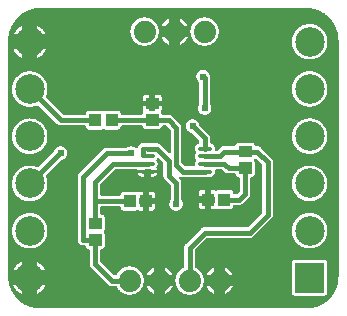
<source format=gtl>
G04 Layer: TopLayer*
G04 EasyEDA v6.1.41, Mon, 03 Jun 2019 03:14:34 GMT*
G04 5a90bc5d05c24feeabf61e1713a7abd1,f719cc3b5e9d4f31bc15a5958a6a0e99,10*
G04 Gerber Generator version 0.2*
G04 Scale: 100 percent, Rotated: No, Reflected: No *
G04 Dimensions in millimeters *
G04 leading zeros omitted , absolute positions ,3 integer and 3 decimal *
%FSLAX33Y33*%
%MOMM*%
G90*
G71D02*

%ADD11C,0.399999*%
%ADD12C,0.340004*%
%ADD13C,0.619760*%
%ADD14R,0.999998X1.099998*%
%ADD16C,1.879600*%
%ADD18C,2.499995*%

%LPD*%
G36*
G01X25499Y25730D02*
G01X2999Y25730D01*
G01X2924Y25729D01*
G01X2849Y25726D01*
G01X2774Y25721D01*
G01X2699Y25714D01*
G01X2624Y25704D01*
G01X2550Y25693D01*
G01X2476Y25680D01*
G01X2402Y25664D01*
G01X2329Y25647D01*
G01X2256Y25627D01*
G01X2184Y25606D01*
G01X2113Y25582D01*
G01X2042Y25557D01*
G01X1972Y25530D01*
G01X1903Y25500D01*
G01X1834Y25469D01*
G01X1766Y25436D01*
G01X1700Y25401D01*
G01X1634Y25364D01*
G01X1569Y25326D01*
G01X1506Y25286D01*
G01X1443Y25244D01*
G01X1382Y25200D01*
G01X1322Y25154D01*
G01X1263Y25107D01*
G01X1206Y25059D01*
G01X1150Y25009D01*
G01X1095Y24957D01*
G01X1042Y24904D01*
G01X990Y24849D01*
G01X940Y24793D01*
G01X892Y24736D01*
G01X845Y24677D01*
G01X799Y24617D01*
G01X755Y24556D01*
G01X713Y24493D01*
G01X673Y24430D01*
G01X635Y24365D01*
G01X598Y24299D01*
G01X563Y24233D01*
G01X530Y24165D01*
G01X499Y24096D01*
G01X469Y24027D01*
G01X442Y23957D01*
G01X417Y23886D01*
G01X393Y23815D01*
G01X372Y23743D01*
G01X352Y23670D01*
G01X335Y23597D01*
G01X319Y23523D01*
G01X306Y23449D01*
G01X295Y23375D01*
G01X285Y23300D01*
G01X278Y23225D01*
G01X273Y23150D01*
G01X270Y23075D01*
G01X269Y23000D01*
G01X269Y2999D01*
G01X270Y2924D01*
G01X273Y2849D01*
G01X278Y2774D01*
G01X285Y2699D01*
G01X295Y2624D01*
G01X306Y2550D01*
G01X319Y2476D01*
G01X335Y2402D01*
G01X352Y2329D01*
G01X372Y2256D01*
G01X393Y2184D01*
G01X417Y2113D01*
G01X442Y2042D01*
G01X469Y1972D01*
G01X499Y1903D01*
G01X530Y1834D01*
G01X563Y1766D01*
G01X598Y1700D01*
G01X635Y1634D01*
G01X673Y1569D01*
G01X713Y1506D01*
G01X755Y1443D01*
G01X799Y1382D01*
G01X845Y1322D01*
G01X892Y1263D01*
G01X940Y1206D01*
G01X990Y1150D01*
G01X1042Y1095D01*
G01X1095Y1042D01*
G01X1150Y990D01*
G01X1206Y940D01*
G01X1263Y892D01*
G01X1322Y845D01*
G01X1382Y799D01*
G01X1443Y755D01*
G01X1506Y713D01*
G01X1569Y673D01*
G01X1634Y635D01*
G01X1700Y598D01*
G01X1766Y563D01*
G01X1834Y530D01*
G01X1903Y499D01*
G01X1972Y469D01*
G01X2042Y442D01*
G01X2113Y417D01*
G01X2184Y393D01*
G01X2256Y372D01*
G01X2329Y352D01*
G01X2402Y335D01*
G01X2476Y319D01*
G01X2550Y306D01*
G01X2624Y295D01*
G01X2699Y285D01*
G01X2774Y278D01*
G01X2849Y273D01*
G01X2924Y270D01*
G01X2999Y269D01*
G01X25499Y269D01*
G01X25575Y270D01*
G01X25650Y273D01*
G01X25725Y278D01*
G01X25800Y285D01*
G01X25875Y295D01*
G01X25949Y306D01*
G01X26023Y319D01*
G01X26097Y335D01*
G01X26170Y352D01*
G01X26243Y372D01*
G01X26315Y393D01*
G01X26386Y417D01*
G01X26457Y442D01*
G01X26527Y469D01*
G01X26596Y499D01*
G01X26665Y530D01*
G01X26733Y563D01*
G01X26799Y598D01*
G01X26865Y635D01*
G01X26930Y673D01*
G01X26993Y713D01*
G01X27056Y755D01*
G01X27117Y799D01*
G01X27177Y845D01*
G01X27236Y892D01*
G01X27293Y940D01*
G01X27349Y990D01*
G01X27404Y1042D01*
G01X27457Y1095D01*
G01X27509Y1150D01*
G01X27559Y1206D01*
G01X27607Y1263D01*
G01X27654Y1322D01*
G01X27700Y1382D01*
G01X27744Y1443D01*
G01X27786Y1506D01*
G01X27826Y1569D01*
G01X27864Y1634D01*
G01X27901Y1700D01*
G01X27936Y1766D01*
G01X27969Y1834D01*
G01X28000Y1903D01*
G01X28030Y1972D01*
G01X28057Y2042D01*
G01X28082Y2113D01*
G01X28106Y2184D01*
G01X28127Y2256D01*
G01X28147Y2329D01*
G01X28164Y2402D01*
G01X28180Y2476D01*
G01X28193Y2550D01*
G01X28204Y2624D01*
G01X28214Y2699D01*
G01X28221Y2774D01*
G01X28226Y2849D01*
G01X28229Y2924D01*
G01X28230Y2999D01*
G01X28230Y23000D01*
G01X28229Y23075D01*
G01X28226Y23150D01*
G01X28221Y23225D01*
G01X28214Y23300D01*
G01X28204Y23375D01*
G01X28193Y23449D01*
G01X28180Y23523D01*
G01X28164Y23597D01*
G01X28147Y23670D01*
G01X28127Y23743D01*
G01X28106Y23815D01*
G01X28082Y23886D01*
G01X28057Y23957D01*
G01X28030Y24027D01*
G01X28000Y24096D01*
G01X27969Y24165D01*
G01X27936Y24233D01*
G01X27901Y24299D01*
G01X27864Y24365D01*
G01X27826Y24430D01*
G01X27786Y24493D01*
G01X27744Y24556D01*
G01X27700Y24617D01*
G01X27654Y24677D01*
G01X27607Y24736D01*
G01X27559Y24793D01*
G01X27509Y24849D01*
G01X27457Y24904D01*
G01X27404Y24957D01*
G01X27349Y25009D01*
G01X27293Y25059D01*
G01X27236Y25107D01*
G01X27177Y25154D01*
G01X27117Y25200D01*
G01X27056Y25244D01*
G01X26993Y25286D01*
G01X26930Y25326D01*
G01X26865Y25364D01*
G01X26799Y25401D01*
G01X26733Y25436D01*
G01X26665Y25469D01*
G01X26596Y25500D01*
G01X26527Y25530D01*
G01X26457Y25557D01*
G01X26386Y25582D01*
G01X26315Y25606D01*
G01X26243Y25627D01*
G01X26170Y25647D01*
G01X26097Y25664D01*
G01X26023Y25680D01*
G01X25949Y25693D01*
G01X25875Y25704D01*
G01X25800Y25714D01*
G01X25725Y25721D01*
G01X25650Y25726D01*
G01X25575Y25729D01*
G01X25499Y25730D01*
G37*

%LPC*%
G36*
G01X2141Y20357D02*
G01X2085Y20358D01*
G01X2029Y20357D01*
G01X1972Y20354D01*
G01X1916Y20348D01*
G01X1860Y20341D01*
G01X1805Y20331D01*
G01X1750Y20320D01*
G01X1695Y20306D01*
G01X1641Y20291D01*
G01X1587Y20273D01*
G01X1534Y20254D01*
G01X1482Y20232D01*
G01X1431Y20209D01*
G01X1381Y20183D01*
G01X1332Y20156D01*
G01X1283Y20127D01*
G01X1236Y20096D01*
G01X1190Y20063D01*
G01X1146Y20029D01*
G01X1102Y19993D01*
G01X1060Y19956D01*
G01X980Y19876D01*
G01X943Y19834D01*
G01X907Y19790D01*
G01X873Y19746D01*
G01X840Y19700D01*
G01X809Y19653D01*
G01X780Y19604D01*
G01X753Y19555D01*
G01X727Y19505D01*
G01X704Y19454D01*
G01X682Y19402D01*
G01X663Y19349D01*
G01X645Y19295D01*
G01X630Y19241D01*
G01X616Y19186D01*
G01X605Y19131D01*
G01X595Y19076D01*
G01X588Y19020D01*
G01X583Y18964D01*
G01X579Y18908D01*
G01X578Y18851D01*
G01X579Y18795D01*
G01X583Y18739D01*
G01X588Y18682D01*
G01X595Y18627D01*
G01X605Y18571D01*
G01X616Y18516D01*
G01X630Y18461D01*
G01X645Y18407D01*
G01X663Y18354D01*
G01X682Y18301D01*
G01X704Y18249D01*
G01X727Y18198D01*
G01X753Y18147D01*
G01X780Y18098D01*
G01X809Y18050D01*
G01X840Y18003D01*
G01X873Y17957D01*
G01X907Y17912D01*
G01X943Y17868D01*
G01X980Y17826D01*
G01X1020Y17786D01*
G01X1060Y17747D01*
G01X1102Y17709D01*
G01X1146Y17673D01*
G01X1190Y17639D01*
G01X1236Y17606D01*
G01X1283Y17576D01*
G01X1332Y17546D01*
G01X1381Y17519D01*
G01X1431Y17494D01*
G01X1482Y17470D01*
G01X1534Y17449D01*
G01X1587Y17429D01*
G01X1641Y17412D01*
G01X1695Y17396D01*
G01X1750Y17382D01*
G01X1805Y17371D01*
G01X1860Y17361D01*
G01X1916Y17354D01*
G01X1972Y17349D01*
G01X2029Y17346D01*
G01X2085Y17345D01*
G01X2144Y17346D01*
G01X2203Y17349D01*
G01X2262Y17355D01*
G01X2320Y17363D01*
G01X2378Y17373D01*
G01X2436Y17386D01*
G01X2493Y17401D01*
G01X2549Y17418D01*
G01X2605Y17437D01*
G01X2660Y17459D01*
G01X2714Y17482D01*
G01X2728Y17488D01*
G01X2742Y17491D01*
G01X2757Y17492D01*
G01X2773Y17490D01*
G01X2788Y17487D01*
G01X2803Y17481D01*
G01X2816Y17472D01*
G01X2828Y17462D01*
G01X4393Y15898D01*
G01X4417Y15875D01*
G01X4442Y15855D01*
G01X4469Y15836D01*
G01X4497Y15820D01*
G01X4526Y15805D01*
G01X4556Y15793D01*
G01X4587Y15782D01*
G01X4618Y15774D01*
G01X4651Y15769D01*
G01X4683Y15765D01*
G01X4716Y15764D01*
G01X6761Y15764D01*
G01X6777Y15763D01*
G01X6792Y15759D01*
G01X6807Y15753D01*
G01X6820Y15745D01*
G01X6832Y15735D01*
G01X6843Y15723D01*
G01X6851Y15710D01*
G01X6857Y15696D01*
G01X6861Y15680D01*
G01X6863Y15665D01*
G01X6865Y15641D01*
G01X6868Y15618D01*
G01X6874Y15596D01*
G01X6882Y15574D01*
G01X6892Y15552D01*
G01X6903Y15532D01*
G01X6917Y15513D01*
G01X6932Y15495D01*
G01X6949Y15479D01*
G01X6967Y15464D01*
G01X6986Y15451D01*
G01X7007Y15440D01*
G01X7028Y15431D01*
G01X7050Y15423D01*
G01X7073Y15418D01*
G01X7096Y15415D01*
G01X7119Y15414D01*
G01X8119Y15414D01*
G01X8145Y15415D01*
G01X8170Y15419D01*
G01X8194Y15425D01*
G01X8218Y15434D01*
G01X8241Y15445D01*
G01X8263Y15458D01*
G01X8276Y15465D01*
G01X8290Y15471D01*
G01X8304Y15474D01*
G01X8319Y15475D01*
G01X8334Y15474D01*
G01X8349Y15471D01*
G01X8363Y15465D01*
G01X8376Y15458D01*
G01X8398Y15445D01*
G01X8421Y15434D01*
G01X8445Y15425D01*
G01X8469Y15419D01*
G01X8494Y15415D01*
G01X8519Y15414D01*
G01X9519Y15414D01*
G01X9543Y15415D01*
G01X9566Y15418D01*
G01X9589Y15423D01*
G01X9611Y15431D01*
G01X9632Y15440D01*
G01X9653Y15451D01*
G01X9672Y15464D01*
G01X9690Y15479D01*
G01X9707Y15495D01*
G01X9722Y15513D01*
G01X9736Y15532D01*
G01X9747Y15552D01*
G01X9757Y15574D01*
G01X9765Y15596D01*
G01X9771Y15618D01*
G01X9774Y15641D01*
G01X9776Y15665D01*
G01X9777Y15680D01*
G01X9781Y15696D01*
G01X9788Y15710D01*
G01X9796Y15723D01*
G01X9806Y15735D01*
G01X9818Y15745D01*
G01X9832Y15753D01*
G01X9847Y15759D01*
G01X9862Y15763D01*
G01X9877Y15764D01*
G01X11542Y15764D01*
G01X11558Y15763D01*
G01X11573Y15759D01*
G01X11588Y15753D01*
G01X11602Y15745D01*
G01X11614Y15734D01*
G01X11624Y15722D01*
G01X11632Y15709D01*
G01X11639Y15694D01*
G01X11642Y15679D01*
G01X11647Y15655D01*
G01X11655Y15632D01*
G01X11664Y15610D01*
G01X11675Y15589D01*
G01X11689Y15569D01*
G01X11704Y15550D01*
G01X11720Y15533D01*
G01X11739Y15517D01*
G01X11759Y15504D01*
G01X11779Y15492D01*
G01X11801Y15482D01*
G01X11824Y15474D01*
G01X11848Y15468D01*
G01X11871Y15465D01*
G01X11896Y15464D01*
G01X12996Y15464D01*
G01X13020Y15465D01*
G01X13043Y15468D01*
G01X13067Y15474D01*
G01X13090Y15482D01*
G01X13112Y15492D01*
G01X13132Y15504D01*
G01X13152Y15517D01*
G01X13171Y15533D01*
G01X13187Y15550D01*
G01X13202Y15569D01*
G01X13216Y15589D01*
G01X13227Y15610D01*
G01X13236Y15632D01*
G01X13244Y15655D01*
G01X13249Y15679D01*
G01X13252Y15694D01*
G01X13259Y15709D01*
G01X13267Y15722D01*
G01X13277Y15734D01*
G01X13289Y15745D01*
G01X13303Y15753D01*
G01X13318Y15759D01*
G01X13333Y15763D01*
G01X13349Y15764D01*
G01X13611Y15764D01*
G01X13627Y15763D01*
G01X13643Y15759D01*
G01X13657Y15753D01*
G01X13671Y15745D01*
G01X13683Y15734D01*
G01X13991Y15426D01*
G01X14002Y15414D01*
G01X14010Y15400D01*
G01X14016Y15386D01*
G01X14020Y15370D01*
G01X14021Y15354D01*
G01X14021Y13504D01*
G01X14020Y13490D01*
G01X14017Y13475D01*
G01X14012Y13462D01*
G01X14005Y13449D01*
G01X13996Y13437D01*
G01X13986Y13427D01*
G01X13974Y13418D01*
G01X13962Y13412D01*
G01X13948Y13406D01*
G01X13934Y13403D01*
G01X13919Y13402D01*
G01X13903Y13404D01*
G01X13888Y13407D01*
G01X13873Y13413D01*
G01X13860Y13422D01*
G01X13848Y13432D01*
G01X13149Y14130D01*
G01X13125Y14153D01*
G01X13100Y14173D01*
G01X13073Y14192D01*
G01X13045Y14208D01*
G01X13016Y14223D01*
G01X12986Y14235D01*
G01X12955Y14246D01*
G01X12924Y14254D01*
G01X12891Y14259D01*
G01X12859Y14263D01*
G01X12827Y14264D01*
G01X12065Y14264D01*
G01X12027Y14262D01*
G01X11990Y14258D01*
G01X11953Y14250D01*
G01X11917Y14240D01*
G01X11901Y14235D01*
G01X11884Y14234D01*
G01X11864Y14234D01*
G01X11847Y14235D01*
G01X11831Y14240D01*
G01X11795Y14250D01*
G01X11758Y14258D01*
G01X11721Y14262D01*
G01X11684Y14264D01*
G01X11652Y14263D01*
G01X11620Y14260D01*
G01X11589Y14254D01*
G01X11558Y14247D01*
G01X11528Y14237D01*
G01X11499Y14225D01*
G01X11470Y14211D01*
G01X11443Y14195D01*
G01X11417Y14178D01*
G01X11391Y14158D01*
G01X11386Y14154D01*
G01X11361Y14135D01*
G01X11338Y14114D01*
G01X11316Y14091D01*
G01X11296Y14067D01*
G01X11278Y14042D01*
G01X11262Y14015D01*
G01X11247Y13987D01*
G01X11235Y13958D01*
G01X11225Y13928D01*
G01X11218Y13898D01*
G01X11213Y13883D01*
G01X11207Y13869D01*
G01X11198Y13857D01*
G01X11188Y13845D01*
G01X11176Y13836D01*
G01X11163Y13828D01*
G01X11149Y13822D01*
G01X11134Y13819D01*
G01X11118Y13818D01*
G01X11103Y13819D01*
G01X11089Y13822D01*
G01X11075Y13828D01*
G01X11062Y13835D01*
G01X11050Y13844D01*
G01X11023Y13867D01*
G01X10995Y13888D01*
G01X10966Y13908D01*
G01X10936Y13925D01*
G01X10905Y13941D01*
G01X10873Y13954D01*
G01X10840Y13966D01*
G01X10806Y13976D01*
G01X10772Y13983D01*
G01X10737Y13989D01*
G01X10702Y13992D01*
G01X10668Y13993D01*
G01X10631Y13992D01*
G01X10594Y13988D01*
G01X10558Y13982D01*
G01X10523Y13974D01*
G01X10488Y13964D01*
G01X10453Y13951D01*
G01X10420Y13936D01*
G01X10387Y13919D01*
G01X10356Y13900D01*
G01X10343Y13893D01*
G01X10330Y13887D01*
G01X10315Y13884D01*
G01X10300Y13883D01*
G01X8636Y13883D01*
G01X8603Y13882D01*
G01X8571Y13878D01*
G01X8538Y13873D01*
G01X8507Y13865D01*
G01X8476Y13854D01*
G01X8446Y13842D01*
G01X8417Y13827D01*
G01X8389Y13811D01*
G01X8362Y13792D01*
G01X8337Y13772D01*
G01X8313Y13749D01*
G01X6281Y11717D01*
G01X6258Y11693D01*
G01X6238Y11668D01*
G01X6219Y11641D01*
G01X6203Y11613D01*
G01X6188Y11584D01*
G01X6176Y11554D01*
G01X6165Y11523D01*
G01X6157Y11492D01*
G01X6152Y11459D01*
G01X6148Y11427D01*
G01X6147Y11394D01*
G01X6147Y6060D01*
G01X6148Y6029D01*
G01X6151Y5998D01*
G01X6157Y5968D01*
G01X6164Y5937D01*
G01X6173Y5908D01*
G01X6185Y5879D01*
G01X6198Y5850D01*
G01X6213Y5823D01*
G01X6231Y5797D01*
G01X6249Y5772D01*
G01X6270Y5749D01*
G01X6292Y5727D01*
G01X6315Y5706D01*
G01X6340Y5688D01*
G01X6366Y5670D01*
G01X6393Y5655D01*
G01X6422Y5642D01*
G01X6451Y5630D01*
G01X6480Y5621D01*
G01X6511Y5614D01*
G01X6541Y5608D01*
G01X6572Y5605D01*
G01X6604Y5604D01*
G01X6716Y5604D01*
G01X6732Y5603D01*
G01X6747Y5599D01*
G01X6762Y5593D01*
G01X6776Y5585D01*
G01X6788Y5574D01*
G01X6798Y5562D01*
G01X6806Y5549D01*
G01X6813Y5534D01*
G01X6816Y5519D01*
G01X6821Y5496D01*
G01X6828Y5473D01*
G01X6837Y5451D01*
G01X6848Y5430D01*
G01X6861Y5410D01*
G01X6876Y5392D01*
G01X6892Y5375D01*
G01X6910Y5359D01*
G01X6930Y5345D01*
G01X6950Y5333D01*
G01X6971Y5323D01*
G01X6994Y5315D01*
G01X7017Y5309D01*
G01X7040Y5306D01*
G01X7064Y5304D01*
G01X7079Y5302D01*
G01X7095Y5298D01*
G01X7109Y5292D01*
G01X7122Y5284D01*
G01X7134Y5273D01*
G01X7144Y5261D01*
G01X7152Y5248D01*
G01X7158Y5233D01*
G01X7162Y5218D01*
G01X7163Y5202D01*
G01X7163Y4028D01*
G01X7164Y3996D01*
G01X7168Y3964D01*
G01X7173Y3931D01*
G01X7181Y3900D01*
G01X7192Y3869D01*
G01X7204Y3839D01*
G01X7219Y3810D01*
G01X7235Y3782D01*
G01X7254Y3755D01*
G01X7274Y3730D01*
G01X7297Y3706D01*
G01X8694Y2309D01*
G01X8718Y2286D01*
G01X8743Y2266D01*
G01X8770Y2247D01*
G01X8798Y2231D01*
G01X8827Y2216D01*
G01X8857Y2204D01*
G01X8888Y2193D01*
G01X8919Y2185D01*
G01X8952Y2180D01*
G01X8984Y2176D01*
G01X9017Y2175D01*
G01X9369Y2175D01*
G01X9385Y2174D01*
G01X9401Y2170D01*
G01X9416Y2163D01*
G01X9430Y2155D01*
G01X9442Y2144D01*
G01X9452Y2131D01*
G01X9460Y2117D01*
G01X9483Y2072D01*
G01X9507Y2029D01*
G01X9533Y1986D01*
G01X9561Y1945D01*
G01X9590Y1905D01*
G01X9621Y1866D01*
G01X9654Y1828D01*
G01X9689Y1792D01*
G01X9724Y1757D01*
G01X9761Y1724D01*
G01X9800Y1692D01*
G01X9840Y1662D01*
G01X9881Y1633D01*
G01X9923Y1607D01*
G01X9966Y1582D01*
G01X10011Y1559D01*
G01X10056Y1538D01*
G01X10102Y1518D01*
G01X10149Y1501D01*
G01X10196Y1486D01*
G01X10244Y1472D01*
G01X10293Y1461D01*
G01X10342Y1452D01*
G01X10391Y1445D01*
G01X10441Y1439D01*
G01X10491Y1436D01*
G01X10541Y1435D01*
G01X10590Y1436D01*
G01X10639Y1439D01*
G01X10688Y1444D01*
G01X10737Y1451D01*
G01X10786Y1461D01*
G01X10834Y1472D01*
G01X10882Y1485D01*
G01X10929Y1500D01*
G01X10975Y1517D01*
G01X11021Y1536D01*
G01X11066Y1557D01*
G01X11109Y1579D01*
G01X11152Y1603D01*
G01X11194Y1630D01*
G01X11235Y1657D01*
G01X11275Y1687D01*
G01X11313Y1718D01*
G01X11350Y1751D01*
G01X11386Y1785D01*
G01X11420Y1821D01*
G01X11453Y1858D01*
G01X11484Y1896D01*
G01X11514Y1936D01*
G01X11541Y1976D01*
G01X11568Y2018D01*
G01X11592Y2061D01*
G01X11615Y2105D01*
G01X11636Y2150D01*
G01X11655Y2195D01*
G01X11672Y2242D01*
G01X11687Y2289D01*
G01X11700Y2336D01*
G01X11711Y2385D01*
G01X11720Y2433D01*
G01X11728Y2483D01*
G01X11733Y2532D01*
G01X11736Y2582D01*
G01X11737Y2631D01*
G01X11736Y2681D01*
G01X11733Y2731D01*
G01X11728Y2780D01*
G01X11720Y2830D01*
G01X11711Y2878D01*
G01X11700Y2927D01*
G01X11687Y2974D01*
G01X11672Y3021D01*
G01X11655Y3068D01*
G01X11636Y3113D01*
G01X11615Y3158D01*
G01X11592Y3202D01*
G01X11568Y3245D01*
G01X11541Y3287D01*
G01X11514Y3327D01*
G01X11484Y3367D01*
G01X11453Y3405D01*
G01X11420Y3442D01*
G01X11386Y3478D01*
G01X11350Y3512D01*
G01X11313Y3545D01*
G01X11275Y3576D01*
G01X11235Y3606D01*
G01X11194Y3633D01*
G01X11152Y3660D01*
G01X11109Y3684D01*
G01X11066Y3706D01*
G01X11021Y3727D01*
G01X10975Y3746D01*
G01X10929Y3763D01*
G01X10882Y3778D01*
G01X10834Y3791D01*
G01X10786Y3802D01*
G01X10737Y3812D01*
G01X10688Y3819D01*
G01X10639Y3824D01*
G01X10590Y3827D01*
G01X10541Y3828D01*
G01X10491Y3827D01*
G01X10441Y3824D01*
G01X10391Y3818D01*
G01X10342Y3811D01*
G01X10293Y3802D01*
G01X10244Y3791D01*
G01X10196Y3777D01*
G01X10149Y3762D01*
G01X10102Y3745D01*
G01X10056Y3725D01*
G01X10011Y3704D01*
G01X9966Y3681D01*
G01X9923Y3656D01*
G01X9881Y3630D01*
G01X9840Y3601D01*
G01X9800Y3571D01*
G01X9761Y3539D01*
G01X9724Y3506D01*
G01X9689Y3471D01*
G01X9654Y3435D01*
G01X9621Y3397D01*
G01X9590Y3358D01*
G01X9561Y3318D01*
G01X9533Y3277D01*
G01X9507Y3234D01*
G01X9483Y3191D01*
G01X9460Y3146D01*
G01X9452Y3132D01*
G01X9442Y3119D01*
G01X9430Y3108D01*
G01X9416Y3100D01*
G01X9401Y3093D01*
G01X9385Y3089D01*
G01X9369Y3088D01*
G01X9248Y3088D01*
G01X9232Y3089D01*
G01X9216Y3093D01*
G01X9202Y3099D01*
G01X9188Y3107D01*
G01X9176Y3118D01*
G01X8106Y4188D01*
G01X8095Y4200D01*
G01X8087Y4214D01*
G01X8081Y4228D01*
G01X8077Y4244D01*
G01X8076Y4260D01*
G01X8076Y5202D01*
G01X8077Y5218D01*
G01X8081Y5233D01*
G01X8087Y5248D01*
G01X8095Y5261D01*
G01X8105Y5273D01*
G01X8117Y5284D01*
G01X8130Y5292D01*
G01X8144Y5298D01*
G01X8160Y5302D01*
G01X8175Y5304D01*
G01X8199Y5306D01*
G01X8222Y5309D01*
G01X8244Y5315D01*
G01X8266Y5323D01*
G01X8288Y5333D01*
G01X8308Y5344D01*
G01X8327Y5358D01*
G01X8345Y5373D01*
G01X8361Y5390D01*
G01X8376Y5408D01*
G01X8389Y5427D01*
G01X8400Y5448D01*
G01X8409Y5469D01*
G01X8417Y5491D01*
G01X8422Y5514D01*
G01X8425Y5537D01*
G01X8426Y5560D01*
G01X8426Y6560D01*
G01X8425Y6586D01*
G01X8421Y6611D01*
G01X8415Y6635D01*
G01X8406Y6659D01*
G01X8395Y6682D01*
G01X8382Y6704D01*
G01X8375Y6717D01*
G01X8369Y6731D01*
G01X8366Y6745D01*
G01X8365Y6760D01*
G01X8366Y6775D01*
G01X8369Y6790D01*
G01X8375Y6804D01*
G01X8382Y6817D01*
G01X8395Y6839D01*
G01X8406Y6862D01*
G01X8415Y6886D01*
G01X8421Y6910D01*
G01X8425Y6935D01*
G01X8426Y6960D01*
G01X8426Y7960D01*
G01X8425Y7984D01*
G01X8422Y8007D01*
G01X8417Y8030D01*
G01X8409Y8052D01*
G01X8400Y8073D01*
G01X8389Y8094D01*
G01X8376Y8113D01*
G01X8361Y8131D01*
G01X8345Y8148D01*
G01X8327Y8163D01*
G01X8308Y8177D01*
G01X8288Y8188D01*
G01X8266Y8198D01*
G01X8244Y8206D01*
G01X8222Y8212D01*
G01X8199Y8215D01*
G01X8175Y8217D01*
G01X8160Y8218D01*
G01X8144Y8222D01*
G01X8130Y8229D01*
G01X8117Y8237D01*
G01X8105Y8247D01*
G01X8095Y8259D01*
G01X8087Y8273D01*
G01X8081Y8288D01*
G01X8077Y8303D01*
G01X8076Y8318D01*
G01X8076Y8804D01*
G01X8077Y8819D01*
G01X8080Y8833D01*
G01X8085Y8847D01*
G01X8092Y8859D01*
G01X8101Y8871D01*
G01X8111Y8881D01*
G01X8123Y8890D01*
G01X8135Y8897D01*
G01X8149Y8902D01*
G01X8163Y8905D01*
G01X8178Y8906D01*
G01X9682Y8906D01*
G01X9698Y8905D01*
G01X9713Y8901D01*
G01X9728Y8895D01*
G01X9741Y8887D01*
G01X9753Y8877D01*
G01X9764Y8865D01*
G01X9772Y8852D01*
G01X9778Y8838D01*
G01X9782Y8822D01*
G01X9784Y8807D01*
G01X9786Y8783D01*
G01X9789Y8760D01*
G01X9795Y8738D01*
G01X9803Y8716D01*
G01X9813Y8694D01*
G01X9824Y8674D01*
G01X9838Y8655D01*
G01X9853Y8637D01*
G01X9870Y8621D01*
G01X9888Y8606D01*
G01X9907Y8593D01*
G01X9928Y8582D01*
G01X9949Y8573D01*
G01X9971Y8565D01*
G01X9994Y8560D01*
G01X10017Y8557D01*
G01X10040Y8556D01*
G01X11040Y8556D01*
G01X11066Y8557D01*
G01X11091Y8561D01*
G01X11115Y8567D01*
G01X11139Y8576D01*
G01X11162Y8587D01*
G01X11184Y8600D01*
G01X11197Y8607D01*
G01X11211Y8613D01*
G01X11225Y8616D01*
G01X11240Y8617D01*
G01X11255Y8616D01*
G01X11270Y8613D01*
G01X11284Y8607D01*
G01X11297Y8600D01*
G01X11319Y8587D01*
G01X11342Y8576D01*
G01X11366Y8567D01*
G01X11390Y8561D01*
G01X11415Y8557D01*
G01X11440Y8556D01*
G01X11691Y8556D01*
G01X11691Y9087D01*
G01X11399Y9087D01*
G01X11384Y9089D01*
G01X11370Y9092D01*
G01X11356Y9097D01*
G01X11344Y9104D01*
G01X11332Y9112D01*
G01X11322Y9123D01*
G01X11313Y9134D01*
G01X11306Y9147D01*
G01X11301Y9160D01*
G01X11298Y9175D01*
G01X11297Y9189D01*
G01X11297Y9536D01*
G01X11298Y9550D01*
G01X11301Y9565D01*
G01X11306Y9578D01*
G01X11313Y9591D01*
G01X11322Y9602D01*
G01X11332Y9613D01*
G01X11344Y9621D01*
G01X11356Y9628D01*
G01X11370Y9633D01*
G01X11384Y9636D01*
G01X11399Y9637D01*
G01X11691Y9637D01*
G01X11691Y10169D01*
G01X11440Y10169D01*
G01X11415Y10168D01*
G01X11390Y10164D01*
G01X11366Y10158D01*
G01X11342Y10149D01*
G01X11319Y10138D01*
G01X11297Y10125D01*
G01X11284Y10118D01*
G01X11270Y10112D01*
G01X11255Y10109D01*
G01X11240Y10108D01*
G01X11225Y10109D01*
G01X11211Y10112D01*
G01X11197Y10118D01*
G01X11184Y10125D01*
G01X11162Y10138D01*
G01X11139Y10149D01*
G01X11115Y10158D01*
G01X11091Y10164D01*
G01X11066Y10168D01*
G01X11040Y10169D01*
G01X10040Y10169D01*
G01X10017Y10168D01*
G01X9994Y10165D01*
G01X9971Y10160D01*
G01X9949Y10152D01*
G01X9928Y10143D01*
G01X9907Y10132D01*
G01X9888Y10119D01*
G01X9870Y10104D01*
G01X9853Y10088D01*
G01X9838Y10070D01*
G01X9824Y10051D01*
G01X9813Y10031D01*
G01X9803Y10009D01*
G01X9795Y9987D01*
G01X9789Y9965D01*
G01X9786Y9942D01*
G01X9784Y9918D01*
G01X9782Y9903D01*
G01X9778Y9887D01*
G01X9772Y9873D01*
G01X9764Y9860D01*
G01X9753Y9848D01*
G01X9741Y9838D01*
G01X9728Y9830D01*
G01X9713Y9824D01*
G01X9698Y9820D01*
G01X9682Y9819D01*
G01X8178Y9819D01*
G01X8163Y9820D01*
G01X8149Y9823D01*
G01X8135Y9828D01*
G01X8123Y9835D01*
G01X8111Y9844D01*
G01X8101Y9854D01*
G01X8092Y9866D01*
G01X8085Y9878D01*
G01X8080Y9892D01*
G01X8077Y9906D01*
G01X8076Y9921D01*
G01X8076Y10782D01*
G01X8077Y10798D01*
G01X8081Y10814D01*
G01X8087Y10828D01*
G01X8095Y10842D01*
G01X8106Y10854D01*
G01X9272Y12021D01*
G01X9284Y12031D01*
G01X9298Y12039D01*
G01X9313Y12046D01*
G01X9328Y12049D01*
G01X9344Y12050D01*
G01X11114Y12050D01*
G01X11129Y12049D01*
G01X11144Y12046D01*
G01X11158Y12041D01*
G01X11171Y12034D01*
G01X11193Y12014D01*
G01X11201Y12002D01*
G01X11208Y11988D01*
G01X11213Y11974D01*
G01X11215Y11960D01*
G01X11769Y11960D01*
G01X11772Y11974D01*
G01X11777Y11988D01*
G01X11783Y12002D01*
G01X11792Y12014D01*
G01X11802Y12024D01*
G01X11814Y12034D01*
G01X11827Y12041D01*
G01X11841Y12046D01*
G01X11855Y12049D01*
G01X11870Y12050D01*
G01X12065Y12050D01*
G01X12102Y12052D01*
G01X12139Y12057D01*
G01X12176Y12064D01*
G01X12212Y12075D01*
G01X12228Y12079D01*
G01X12245Y12080D01*
G01X12259Y12080D01*
G01X12273Y12079D01*
G01X12287Y12076D01*
G01X12301Y12071D01*
G01X12314Y12064D01*
G01X12325Y12056D01*
G01X12336Y12045D01*
G01X12344Y12034D01*
G01X12351Y12021D01*
G01X12356Y12008D01*
G01X12359Y11993D01*
G01X12360Y11979D01*
G01X12360Y11960D01*
G01X12908Y11960D01*
G01X12900Y11988D01*
G01X12890Y12016D01*
G01X12878Y12044D01*
G01X12864Y12070D01*
G01X12848Y12095D01*
G01X12831Y12119D01*
G01X12821Y12133D01*
G01X12815Y12149D01*
G01X12810Y12165D01*
G01X12809Y12182D01*
G01X12810Y12199D01*
G01X12815Y12215D01*
G01X12821Y12230D01*
G01X12831Y12244D01*
G01X12849Y12270D01*
G01X12866Y12297D01*
G01X12880Y12325D01*
G01X12892Y12353D01*
G01X12903Y12383D01*
G01X12911Y12413D01*
G01X12916Y12444D01*
G01X12920Y12476D01*
G01X12921Y12507D01*
G01X12920Y12538D01*
G01X12916Y12570D01*
G01X12911Y12601D01*
G01X12903Y12631D01*
G01X12892Y12661D01*
G01X12880Y12690D01*
G01X12866Y12717D01*
G01X12849Y12744D01*
G01X12831Y12770D01*
G01X12821Y12784D01*
G01X12815Y12799D01*
G01X12810Y12815D01*
G01X12809Y12832D01*
G01X12810Y12849D01*
G01X12815Y12865D01*
G01X12821Y12881D01*
G01X12831Y12895D01*
G01X12848Y12919D01*
G01X12864Y12944D01*
G01X12872Y12956D01*
G01X12883Y12967D01*
G01X12895Y12977D01*
G01X12908Y12984D01*
G01X12922Y12990D01*
G01X12937Y12993D01*
G01X12952Y12995D01*
G01X12968Y12993D01*
G01X12983Y12990D01*
G01X12998Y12983D01*
G01X13011Y12975D01*
G01X13024Y12965D01*
G01X13356Y12632D01*
G01X13367Y12620D01*
G01X13375Y12606D01*
G01X13381Y12592D01*
G01X13385Y12576D01*
G01X13386Y12560D01*
G01X13386Y11521D01*
G01X13387Y11489D01*
G01X13391Y11457D01*
G01X13396Y11424D01*
G01X13404Y11393D01*
G01X13415Y11362D01*
G01X13427Y11332D01*
G01X13442Y11303D01*
G01X13458Y11275D01*
G01X13477Y11248D01*
G01X13497Y11223D01*
G01X13520Y11199D01*
G01X13991Y10727D01*
G01X14002Y10715D01*
G01X14010Y10701D01*
G01X14016Y10687D01*
G01X14020Y10671D01*
G01X14021Y10655D01*
G01X14021Y9476D01*
G01X14020Y9461D01*
G01X14017Y9446D01*
G01X14011Y9433D01*
G01X14004Y9420D01*
G01X13985Y9389D01*
G01X13968Y9356D01*
G01X13953Y9323D01*
G01X13940Y9288D01*
G01X13930Y9253D01*
G01X13922Y9218D01*
G01X13916Y9182D01*
G01X13912Y9145D01*
G01X13911Y9108D01*
G01X13912Y9074D01*
G01X13915Y9040D01*
G01X13920Y9006D01*
G01X13928Y8973D01*
G01X13937Y8940D01*
G01X13948Y8908D01*
G01X13961Y8876D01*
G01X13976Y8845D01*
G01X13993Y8815D01*
G01X14011Y8787D01*
G01X14032Y8759D01*
G01X14054Y8733D01*
G01X14077Y8708D01*
G01X14102Y8685D01*
G01X14128Y8663D01*
G01X14156Y8642D01*
G01X14184Y8624D01*
G01X14214Y8607D01*
G01X14245Y8592D01*
G01X14277Y8579D01*
G01X14309Y8568D01*
G01X14342Y8559D01*
G01X14375Y8551D01*
G01X14409Y8546D01*
G01X14443Y8543D01*
G01X14478Y8542D01*
G01X14512Y8543D01*
G01X14546Y8546D01*
G01X14580Y8551D01*
G01X14613Y8559D01*
G01X14646Y8568D01*
G01X14678Y8579D01*
G01X14710Y8592D01*
G01X14741Y8607D01*
G01X14771Y8624D01*
G01X14799Y8642D01*
G01X14827Y8663D01*
G01X14853Y8685D01*
G01X14878Y8708D01*
G01X14901Y8733D01*
G01X14923Y8759D01*
G01X14944Y8787D01*
G01X14962Y8815D01*
G01X14979Y8845D01*
G01X14994Y8876D01*
G01X15007Y8908D01*
G01X15018Y8940D01*
G01X15027Y8973D01*
G01X15035Y9006D01*
G01X15040Y9040D01*
G01X15043Y9074D01*
G01X15044Y9108D01*
G01X15043Y9145D01*
G01X15039Y9182D01*
G01X15033Y9218D01*
G01X15025Y9253D01*
G01X15015Y9288D01*
G01X15002Y9323D01*
G01X14987Y9356D01*
G01X14970Y9389D01*
G01X14951Y9420D01*
G01X14944Y9433D01*
G01X14938Y9446D01*
G01X14935Y9461D01*
G01X14934Y9476D01*
G01X14934Y10886D01*
G01X14933Y10919D01*
G01X14929Y10951D01*
G01X14924Y10984D01*
G01X14916Y11015D01*
G01X14905Y11046D01*
G01X14893Y11076D01*
G01X14878Y11105D01*
G01X14862Y11133D01*
G01X14843Y11160D01*
G01X14823Y11185D01*
G01X14800Y11209D01*
G01X14741Y11268D01*
G01X14731Y11280D01*
G01X14723Y11294D01*
G01X14717Y11309D01*
G01X14713Y11324D01*
G01X14712Y11340D01*
G01X14713Y11355D01*
G01X14716Y11369D01*
G01X14721Y11382D01*
G01X14728Y11395D01*
G01X14736Y11407D01*
G01X14747Y11417D01*
G01X14758Y11426D01*
G01X14771Y11432D01*
G01X14785Y11438D01*
G01X14799Y11441D01*
G01X14813Y11442D01*
G01X14834Y11440D01*
G01X14854Y11433D01*
G01X14883Y11422D01*
G01X14913Y11412D01*
G01X14943Y11405D01*
G01X14974Y11399D01*
G01X15005Y11396D01*
G01X15036Y11395D01*
G01X16916Y11395D01*
G01X16953Y11397D01*
G01X16991Y11401D01*
G01X17028Y11409D01*
G01X17064Y11420D01*
G01X17080Y11424D01*
G01X17096Y11425D01*
G01X17346Y11425D01*
G01X17376Y11426D01*
G01X17407Y11429D01*
G01X17437Y11435D01*
G01X17466Y11442D01*
G01X17495Y11452D01*
G01X17523Y11464D01*
G01X17550Y11477D01*
G01X17577Y11493D01*
G01X17602Y11510D01*
G01X17625Y11529D01*
G01X17648Y11550D01*
G01X17668Y11572D01*
G01X17687Y11596D01*
G01X17705Y11621D01*
G01X17720Y11647D01*
G01X17734Y11675D01*
G01X17746Y11703D01*
G01X17755Y11732D01*
G01X17763Y11761D01*
G01X17768Y11791D01*
G01X17771Y11821D01*
G01X17772Y11852D01*
G01X17771Y11889D01*
G01X17766Y11926D01*
G01X17764Y11944D01*
G01X17765Y11958D01*
G01X17768Y11972D01*
G01X17774Y11986D01*
G01X17780Y11999D01*
G01X17789Y12010D01*
G01X17799Y12021D01*
G01X17811Y12029D01*
G01X17824Y12036D01*
G01X17837Y12041D01*
G01X17851Y12044D01*
G01X17866Y12045D01*
G01X18346Y12045D01*
G01X18362Y12044D01*
G01X18377Y12040D01*
G01X18392Y12034D01*
G01X18406Y12026D01*
G01X18418Y12016D01*
G01X18600Y11834D01*
G01X18624Y11811D01*
G01X18649Y11791D01*
G01X18676Y11772D01*
G01X18704Y11756D01*
G01X18733Y11741D01*
G01X18763Y11729D01*
G01X18794Y11718D01*
G01X18825Y11710D01*
G01X18858Y11705D01*
G01X18890Y11701D01*
G01X18923Y11700D01*
G01X19416Y11700D01*
G01X19432Y11699D01*
G01X19447Y11695D01*
G01X19462Y11689D01*
G01X19476Y11681D01*
G01X19488Y11670D01*
G01X19498Y11658D01*
G01X19506Y11645D01*
G01X19513Y11630D01*
G01X19516Y11615D01*
G01X19521Y11592D01*
G01X19528Y11569D01*
G01X19537Y11547D01*
G01X19548Y11526D01*
G01X19561Y11506D01*
G01X19576Y11488D01*
G01X19592Y11471D01*
G01X19610Y11455D01*
G01X19630Y11441D01*
G01X19650Y11429D01*
G01X19671Y11419D01*
G01X19694Y11411D01*
G01X19717Y11405D01*
G01X19740Y11402D01*
G01X19764Y11400D01*
G01X19779Y11398D01*
G01X19795Y11394D01*
G01X19809Y11388D01*
G01X19822Y11380D01*
G01X19834Y11369D01*
G01X19844Y11357D01*
G01X19852Y11344D01*
G01X19858Y11329D01*
G01X19862Y11314D01*
G01X19863Y11298D01*
G01X19863Y10229D01*
G01X19862Y10213D01*
G01X19858Y10197D01*
G01X19852Y10183D01*
G01X19844Y10169D01*
G01X19833Y10157D01*
G01X19652Y9976D01*
G01X19640Y9965D01*
G01X19626Y9957D01*
G01X19612Y9951D01*
G01X19596Y9947D01*
G01X19580Y9946D01*
G01X19402Y9946D01*
G01X19387Y9947D01*
G01X19372Y9951D01*
G01X19357Y9957D01*
G01X19343Y9965D01*
G01X19331Y9975D01*
G01X19321Y9987D01*
G01X19313Y10000D01*
G01X19306Y10014D01*
G01X19302Y10030D01*
G01X19301Y10045D01*
G01X19299Y10069D01*
G01X19296Y10092D01*
G01X19290Y10114D01*
G01X19282Y10136D01*
G01X19272Y10158D01*
G01X19261Y10178D01*
G01X19247Y10197D01*
G01X19232Y10215D01*
G01X19215Y10231D01*
G01X19197Y10246D01*
G01X19178Y10259D01*
G01X19157Y10270D01*
G01X19136Y10279D01*
G01X19114Y10287D01*
G01X19091Y10292D01*
G01X19068Y10295D01*
G01X19044Y10296D01*
G01X18044Y10296D01*
G01X18019Y10295D01*
G01X17994Y10291D01*
G01X17970Y10285D01*
G01X17946Y10276D01*
G01X17923Y10265D01*
G01X17901Y10252D01*
G01X17888Y10245D01*
G01X17874Y10239D01*
G01X17859Y10236D01*
G01X17844Y10235D01*
G01X17829Y10236D01*
G01X17815Y10239D01*
G01X17801Y10245D01*
G01X17788Y10252D01*
G01X17766Y10265D01*
G01X17743Y10276D01*
G01X17719Y10285D01*
G01X17695Y10291D01*
G01X17670Y10295D01*
G01X17644Y10296D01*
G01X17394Y10296D01*
G01X17394Y9764D01*
G01X17686Y9764D01*
G01X17701Y9763D01*
G01X17715Y9760D01*
G01X17728Y9755D01*
G01X17741Y9748D01*
G01X17753Y9740D01*
G01X17763Y9729D01*
G01X17772Y9718D01*
G01X17779Y9705D01*
G01X17784Y9692D01*
G01X17787Y9677D01*
G01X17788Y9663D01*
G01X17788Y9316D01*
G01X17787Y9302D01*
G01X17784Y9287D01*
G01X17779Y9274D01*
G01X17772Y9261D01*
G01X17763Y9250D01*
G01X17753Y9239D01*
G01X17741Y9231D01*
G01X17728Y9224D01*
G01X17715Y9219D01*
G01X17701Y9216D01*
G01X17686Y9214D01*
G01X17394Y9214D01*
G01X17394Y8683D01*
G01X17644Y8683D01*
G01X17670Y8684D01*
G01X17695Y8688D01*
G01X17719Y8694D01*
G01X17743Y8703D01*
G01X17766Y8714D01*
G01X17788Y8727D01*
G01X17801Y8734D01*
G01X17815Y8740D01*
G01X17829Y8743D01*
G01X17844Y8744D01*
G01X17859Y8743D01*
G01X17874Y8740D01*
G01X17888Y8734D01*
G01X17901Y8727D01*
G01X17923Y8714D01*
G01X17946Y8703D01*
G01X17970Y8694D01*
G01X17994Y8688D01*
G01X18019Y8684D01*
G01X18044Y8683D01*
G01X19044Y8683D01*
G01X19068Y8684D01*
G01X19091Y8687D01*
G01X19114Y8692D01*
G01X19136Y8700D01*
G01X19157Y8709D01*
G01X19178Y8720D01*
G01X19197Y8733D01*
G01X19215Y8748D01*
G01X19232Y8764D01*
G01X19247Y8782D01*
G01X19261Y8801D01*
G01X19272Y8821D01*
G01X19282Y8843D01*
G01X19290Y8865D01*
G01X19296Y8887D01*
G01X19299Y8910D01*
G01X19301Y8934D01*
G01X19302Y8949D01*
G01X19306Y8965D01*
G01X19313Y8979D01*
G01X19321Y8992D01*
G01X19331Y9004D01*
G01X19343Y9014D01*
G01X19357Y9022D01*
G01X19372Y9028D01*
G01X19387Y9032D01*
G01X19402Y9033D01*
G01X19812Y9033D01*
G01X19844Y9034D01*
G01X19876Y9038D01*
G01X19909Y9043D01*
G01X19940Y9051D01*
G01X19971Y9062D01*
G01X20001Y9074D01*
G01X20030Y9089D01*
G01X20058Y9105D01*
G01X20085Y9124D01*
G01X20110Y9144D01*
G01X20134Y9167D01*
G01X20642Y9675D01*
G01X20665Y9699D01*
G01X20685Y9724D01*
G01X20704Y9751D01*
G01X20720Y9779D01*
G01X20735Y9808D01*
G01X20747Y9838D01*
G01X20758Y9869D01*
G01X20766Y9900D01*
G01X20771Y9933D01*
G01X20775Y9965D01*
G01X20776Y9997D01*
G01X20776Y11298D01*
G01X20777Y11314D01*
G01X20781Y11329D01*
G01X20787Y11344D01*
G01X20795Y11357D01*
G01X20805Y11369D01*
G01X20817Y11380D01*
G01X20830Y11388D01*
G01X20844Y11394D01*
G01X20860Y11398D01*
G01X20875Y11400D01*
G01X20899Y11402D01*
G01X20922Y11405D01*
G01X20944Y11411D01*
G01X20966Y11419D01*
G01X20988Y11429D01*
G01X21008Y11440D01*
G01X21027Y11454D01*
G01X21045Y11469D01*
G01X21061Y11486D01*
G01X21076Y11504D01*
G01X21089Y11523D01*
G01X21100Y11544D01*
G01X21109Y11565D01*
G01X21117Y11587D01*
G01X21122Y11610D01*
G01X21125Y11633D01*
G01X21126Y11656D01*
G01X21126Y12656D01*
G01X21125Y12682D01*
G01X21121Y12707D01*
G01X21115Y12731D01*
G01X21106Y12755D01*
G01X21095Y12778D01*
G01X21082Y12800D01*
G01X21075Y12813D01*
G01X21069Y12827D01*
G01X21066Y12841D01*
G01X21065Y12856D01*
G01X21066Y12871D01*
G01X21069Y12886D01*
G01X21075Y12900D01*
G01X21082Y12913D01*
G01X21102Y12948D01*
G01X21109Y12961D01*
G01X21118Y12972D01*
G01X21128Y12982D01*
G01X21140Y12991D01*
G01X21152Y12998D01*
G01X21166Y13003D01*
G01X21180Y13006D01*
G01X21194Y13007D01*
G01X21210Y13006D01*
G01X21226Y13002D01*
G01X21240Y12996D01*
G01X21254Y12988D01*
G01X21266Y12977D01*
G01X21738Y12505D01*
G01X21749Y12493D01*
G01X21757Y12479D01*
G01X21763Y12465D01*
G01X21767Y12449D01*
G01X21768Y12433D01*
G01X21768Y8451D01*
G01X21767Y8435D01*
G01X21763Y8419D01*
G01X21757Y8405D01*
G01X21749Y8391D01*
G01X21738Y8379D01*
G01X20541Y7182D01*
G01X20529Y7171D01*
G01X20515Y7163D01*
G01X20501Y7157D01*
G01X20485Y7153D01*
G01X20469Y7152D01*
G01X16891Y7152D01*
G01X16858Y7151D01*
G01X16826Y7147D01*
G01X16793Y7142D01*
G01X16762Y7134D01*
G01X16731Y7123D01*
G01X16701Y7111D01*
G01X16672Y7096D01*
G01X16644Y7080D01*
G01X16617Y7061D01*
G01X16592Y7041D01*
G01X16568Y7018D01*
G01X15298Y5748D01*
G01X15275Y5724D01*
G01X15255Y5699D01*
G01X15236Y5672D01*
G01X15220Y5644D01*
G01X15205Y5615D01*
G01X15193Y5585D01*
G01X15182Y5554D01*
G01X15174Y5523D01*
G01X15169Y5490D01*
G01X15165Y5458D01*
G01X15164Y5425D01*
G01X15164Y3803D01*
G01X15163Y3787D01*
G01X15159Y3771D01*
G01X15152Y3756D01*
G01X15144Y3742D01*
G01X15133Y3730D01*
G01X15120Y3720D01*
G01X15106Y3712D01*
G01X15061Y3689D01*
G01X15018Y3665D01*
G01X14975Y3639D01*
G01X14934Y3611D01*
G01X14893Y3582D01*
G01X14854Y3550D01*
G01X14817Y3518D01*
G01X14780Y3483D01*
G01X14746Y3447D01*
G01X14712Y3410D01*
G01X14681Y3372D01*
G01X14651Y3332D01*
G01X14622Y3291D01*
G01X14596Y3248D01*
G01X14571Y3205D01*
G01X14548Y3161D01*
G01X14526Y3116D01*
G01X14507Y3070D01*
G01X14490Y3023D01*
G01X14475Y2975D01*
G01X14461Y2927D01*
G01X14450Y2878D01*
G01X14441Y2830D01*
G01X14433Y2780D01*
G01X14428Y2731D01*
G01X14425Y2681D01*
G01X14424Y2631D01*
G01X14425Y2582D01*
G01X14428Y2532D01*
G01X14433Y2483D01*
G01X14441Y2433D01*
G01X14450Y2385D01*
G01X14461Y2336D01*
G01X14474Y2289D01*
G01X14489Y2242D01*
G01X14506Y2195D01*
G01X14525Y2150D01*
G01X14546Y2105D01*
G01X14569Y2061D01*
G01X14593Y2018D01*
G01X14620Y1976D01*
G01X14647Y1936D01*
G01X14677Y1896D01*
G01X14708Y1858D01*
G01X14741Y1821D01*
G01X14775Y1785D01*
G01X14811Y1751D01*
G01X14848Y1718D01*
G01X14886Y1687D01*
G01X14926Y1657D01*
G01X14967Y1630D01*
G01X15009Y1603D01*
G01X15052Y1579D01*
G01X15095Y1557D01*
G01X15140Y1536D01*
G01X15186Y1517D01*
G01X15232Y1500D01*
G01X15279Y1485D01*
G01X15327Y1472D01*
G01X15375Y1461D01*
G01X15424Y1451D01*
G01X15473Y1444D01*
G01X15522Y1439D01*
G01X15571Y1436D01*
G01X15621Y1435D01*
G01X15670Y1436D01*
G01X15719Y1439D01*
G01X15768Y1444D01*
G01X15817Y1451D01*
G01X15866Y1461D01*
G01X15914Y1472D01*
G01X15962Y1485D01*
G01X16009Y1500D01*
G01X16055Y1517D01*
G01X16101Y1536D01*
G01X16146Y1557D01*
G01X16189Y1579D01*
G01X16232Y1603D01*
G01X16274Y1630D01*
G01X16315Y1657D01*
G01X16355Y1687D01*
G01X16393Y1718D01*
G01X16430Y1751D01*
G01X16466Y1785D01*
G01X16500Y1821D01*
G01X16533Y1858D01*
G01X16564Y1896D01*
G01X16594Y1936D01*
G01X16621Y1976D01*
G01X16648Y2018D01*
G01X16672Y2061D01*
G01X16695Y2105D01*
G01X16716Y2150D01*
G01X16735Y2195D01*
G01X16752Y2242D01*
G01X16767Y2289D01*
G01X16780Y2336D01*
G01X16791Y2385D01*
G01X16800Y2433D01*
G01X16808Y2483D01*
G01X16813Y2532D01*
G01X16816Y2582D01*
G01X16817Y2631D01*
G01X16816Y2681D01*
G01X16813Y2731D01*
G01X16808Y2780D01*
G01X16800Y2830D01*
G01X16791Y2878D01*
G01X16780Y2927D01*
G01X16766Y2975D01*
G01X16751Y3023D01*
G01X16734Y3070D01*
G01X16715Y3116D01*
G01X16693Y3161D01*
G01X16670Y3205D01*
G01X16645Y3248D01*
G01X16619Y3291D01*
G01X16590Y3332D01*
G01X16560Y3372D01*
G01X16529Y3410D01*
G01X16495Y3447D01*
G01X16461Y3483D01*
G01X16424Y3518D01*
G01X16387Y3550D01*
G01X16348Y3582D01*
G01X16307Y3611D01*
G01X16266Y3639D01*
G01X16223Y3665D01*
G01X16180Y3689D01*
G01X16135Y3712D01*
G01X16121Y3720D01*
G01X16108Y3730D01*
G01X16097Y3742D01*
G01X16089Y3756D01*
G01X16082Y3771D01*
G01X16078Y3787D01*
G01X16077Y3803D01*
G01X16077Y5194D01*
G01X16078Y5210D01*
G01X16082Y5226D01*
G01X16088Y5240D01*
G01X16096Y5254D01*
G01X16107Y5266D01*
G01X17050Y6209D01*
G01X17062Y6220D01*
G01X17076Y6228D01*
G01X17090Y6234D01*
G01X17106Y6238D01*
G01X17122Y6239D01*
G01X20701Y6239D01*
G01X20733Y6240D01*
G01X20765Y6244D01*
G01X20798Y6249D01*
G01X20829Y6257D01*
G01X20860Y6268D01*
G01X20890Y6280D01*
G01X20919Y6295D01*
G01X20947Y6311D01*
G01X20974Y6330D01*
G01X20999Y6350D01*
G01X21023Y6373D01*
G01X22547Y7897D01*
G01X22570Y7921D01*
G01X22590Y7946D01*
G01X22609Y7973D01*
G01X22625Y8001D01*
G01X22640Y8030D01*
G01X22652Y8060D01*
G01X22663Y8091D01*
G01X22671Y8122D01*
G01X22676Y8155D01*
G01X22680Y8187D01*
G01X22681Y8219D01*
G01X22681Y12664D01*
G01X22680Y12697D01*
G01X22676Y12729D01*
G01X22671Y12762D01*
G01X22663Y12793D01*
G01X22652Y12824D01*
G01X22640Y12854D01*
G01X22625Y12883D01*
G01X22609Y12911D01*
G01X22590Y12938D01*
G01X22570Y12963D01*
G01X22547Y12987D01*
G01X21656Y13879D01*
G01X21632Y13901D01*
G01X21607Y13922D01*
G01X21580Y13940D01*
G01X21552Y13957D01*
G01X21523Y13971D01*
G01X21493Y13984D01*
G01X21462Y13994D01*
G01X21430Y14002D01*
G01X21398Y14008D01*
G01X21366Y14011D01*
G01X21333Y14013D01*
G01X21223Y14013D01*
G01X21207Y14014D01*
G01X21192Y14018D01*
G01X21177Y14024D01*
G01X21163Y14032D01*
G01X21151Y14042D01*
G01X21141Y14054D01*
G01X21133Y14068D01*
G01X21126Y14082D01*
G01X21123Y14098D01*
G01X21118Y14121D01*
G01X21111Y14144D01*
G01X21101Y14167D01*
G01X21090Y14188D01*
G01X21077Y14208D01*
G01X21061Y14227D01*
G01X21045Y14244D01*
G01X21026Y14259D01*
G01X21007Y14273D01*
G01X20986Y14285D01*
G01X20964Y14295D01*
G01X20941Y14303D01*
G01X20917Y14308D01*
G01X20894Y14312D01*
G01X20870Y14313D01*
G01X19770Y14313D01*
G01X19745Y14312D01*
G01X19722Y14308D01*
G01X19698Y14303D01*
G01X19675Y14295D01*
G01X19654Y14285D01*
G01X19633Y14273D01*
G01X19613Y14260D01*
G01X19595Y14244D01*
G01X19578Y14227D01*
G01X19563Y14208D01*
G01X19549Y14188D01*
G01X19538Y14167D01*
G01X19529Y14145D01*
G01X19521Y14122D01*
G01X19516Y14098D01*
G01X19513Y14083D01*
G01X19506Y14068D01*
G01X19498Y14055D01*
G01X19488Y14043D01*
G01X19476Y14032D01*
G01X19462Y14024D01*
G01X19447Y14018D01*
G01X19432Y14014D01*
G01X19416Y14013D01*
G01X18545Y14013D01*
G01X18512Y14012D01*
G01X18480Y14008D01*
G01X18448Y14003D01*
G01X18416Y13995D01*
G01X18385Y13984D01*
G01X18355Y13972D01*
G01X18326Y13957D01*
G01X18298Y13941D01*
G01X18271Y13922D01*
G01X18246Y13902D01*
G01X18222Y13879D01*
G01X17981Y13638D01*
G01X17969Y13628D01*
G01X17955Y13620D01*
G01X17940Y13614D01*
G01X17925Y13610D01*
G01X17909Y13609D01*
G01X17866Y13609D01*
G01X17851Y13610D01*
G01X17837Y13613D01*
G01X17824Y13618D01*
G01X17811Y13625D01*
G01X17799Y13634D01*
G01X17789Y13644D01*
G01X17780Y13655D01*
G01X17774Y13668D01*
G01X17768Y13682D01*
G01X17765Y13696D01*
G01X17764Y13710D01*
G01X17766Y13728D01*
G01X17771Y13765D01*
G01X17772Y13802D01*
G01X17771Y13832D01*
G01X17768Y13862D01*
G01X17763Y13891D01*
G01X17756Y13920D01*
G01X17747Y13948D01*
G01X17736Y13976D01*
G01X17723Y14003D01*
G01X17708Y14028D01*
G01X17691Y14053D01*
G01X17673Y14076D01*
G01X17653Y14099D01*
G01X17631Y14119D01*
G01X17609Y14138D01*
G01X17585Y14156D01*
G01X17559Y14172D01*
G01X17533Y14186D01*
G01X17506Y14198D01*
G01X17478Y14208D01*
G01X17449Y14216D01*
G01X17435Y14221D01*
G01X17422Y14228D01*
G01X17410Y14236D01*
G01X17399Y14247D01*
G01X17390Y14258D01*
G01X17382Y14271D01*
G01X17377Y14285D01*
G01X17374Y14300D01*
G01X17372Y14315D01*
G01X17372Y14671D01*
G01X17371Y14704D01*
G01X17368Y14736D01*
G01X17362Y14768D01*
G01X17354Y14800D01*
G01X17344Y14831D01*
G01X17331Y14861D01*
G01X17317Y14890D01*
G01X17300Y14918D01*
G01X17281Y14945D01*
G01X17261Y14970D01*
G01X17239Y14994D01*
G01X16457Y15776D01*
G01X16447Y15787D01*
G01X16439Y15799D01*
G01X16433Y15813D01*
G01X16429Y15827D01*
G01X16421Y15861D01*
G01X16411Y15895D01*
G01X16398Y15928D01*
G01X16384Y15960D01*
G01X16368Y15991D01*
G01X16349Y16021D01*
G01X16329Y16050D01*
G01X16307Y16078D01*
G01X16284Y16104D01*
G01X16259Y16129D01*
G01X16232Y16152D01*
G01X16204Y16173D01*
G01X16175Y16193D01*
G01X16145Y16210D01*
G01X16113Y16226D01*
G01X16081Y16240D01*
G01X16048Y16252D01*
G01X16014Y16262D01*
G01X15979Y16269D01*
G01X15945Y16275D01*
G01X15910Y16278D01*
G01X15875Y16279D01*
G01X15840Y16278D01*
G01X15806Y16275D01*
G01X15772Y16270D01*
G01X15739Y16262D01*
G01X15706Y16253D01*
G01X15674Y16242D01*
G01X15642Y16229D01*
G01X15611Y16214D01*
G01X15581Y16197D01*
G01X15553Y16179D01*
G01X15525Y16158D01*
G01X15499Y16136D01*
G01X15474Y16113D01*
G01X15451Y16088D01*
G01X15429Y16062D01*
G01X15408Y16034D01*
G01X15390Y16006D01*
G01X15373Y15976D01*
G01X15358Y15945D01*
G01X15345Y15913D01*
G01X15334Y15881D01*
G01X15325Y15848D01*
G01X15317Y15815D01*
G01X15312Y15781D01*
G01X15309Y15747D01*
G01X15308Y15712D01*
G01X15309Y15677D01*
G01X15312Y15642D01*
G01X15318Y15608D01*
G01X15325Y15573D01*
G01X15335Y15539D01*
G01X15347Y15506D01*
G01X15361Y15474D01*
G01X15377Y15442D01*
G01X15394Y15412D01*
G01X15414Y15383D01*
G01X15435Y15355D01*
G01X15458Y15328D01*
G01X15483Y15303D01*
G01X15509Y15280D01*
G01X15537Y15258D01*
G01X15566Y15238D01*
G01X15596Y15219D01*
G01X15627Y15203D01*
G01X15659Y15189D01*
G01X15692Y15176D01*
G01X15726Y15166D01*
G01X15760Y15158D01*
G01X15774Y15154D01*
G01X15788Y15148D01*
G01X15800Y15140D01*
G01X15811Y15130D01*
G01X16430Y14512D01*
G01X16440Y14500D01*
G01X16448Y14486D01*
G01X16454Y14471D01*
G01X16458Y14456D01*
G01X16459Y14440D01*
G01X16459Y14315D01*
G01X16458Y14300D01*
G01X16455Y14285D01*
G01X16450Y14271D01*
G01X16442Y14258D01*
G01X16433Y14247D01*
G01X16422Y14236D01*
G01X16410Y14228D01*
G01X16397Y14221D01*
G01X16382Y14216D01*
G01X16354Y14208D01*
G01X16326Y14198D01*
G01X16299Y14186D01*
G01X16272Y14172D01*
G01X16247Y14156D01*
G01X16223Y14138D01*
G01X16200Y14119D01*
G01X16179Y14099D01*
G01X16159Y14076D01*
G01X16141Y14053D01*
G01X16124Y14028D01*
G01X16109Y14003D01*
G01X16096Y13976D01*
G01X16085Y13948D01*
G01X16076Y13920D01*
G01X16069Y13891D01*
G01X16064Y13862D01*
G01X16060Y13832D01*
G01X16059Y13802D01*
G01X16061Y13771D01*
G01X16064Y13740D01*
G01X16070Y13709D01*
G01X16078Y13679D01*
G01X16088Y13649D01*
G01X16100Y13620D01*
G01X16115Y13592D01*
G01X16131Y13565D01*
G01X16150Y13540D01*
G01X16159Y13526D01*
G01X16166Y13510D01*
G01X16170Y13494D01*
G01X16171Y13477D01*
G01X16170Y13461D01*
G01X16166Y13444D01*
G01X16159Y13429D01*
G01X16150Y13415D01*
G01X16131Y13389D01*
G01X16115Y13363D01*
G01X16100Y13335D01*
G01X16088Y13306D01*
G01X16078Y13276D01*
G01X16070Y13246D01*
G01X16064Y13215D01*
G01X16061Y13184D01*
G01X16059Y13152D01*
G01X16061Y13121D01*
G01X16064Y13090D01*
G01X16070Y13059D01*
G01X16078Y13028D01*
G01X16088Y12999D01*
G01X16100Y12970D01*
G01X16115Y12942D01*
G01X16131Y12915D01*
G01X16150Y12890D01*
G01X16159Y12876D01*
G01X16166Y12860D01*
G01X16170Y12844D01*
G01X16171Y12827D01*
G01X16170Y12810D01*
G01X16166Y12794D01*
G01X16159Y12779D01*
G01X16150Y12765D01*
G01X16131Y12739D01*
G01X16115Y12712D01*
G01X16100Y12684D01*
G01X16088Y12656D01*
G01X16078Y12626D01*
G01X16070Y12595D01*
G01X16064Y12565D01*
G01X16061Y12533D01*
G01X16059Y12502D01*
G01X16061Y12465D01*
G01X16066Y12428D01*
G01X16067Y12410D01*
G01X16066Y12395D01*
G01X16063Y12381D01*
G01X16058Y12368D01*
G01X16051Y12355D01*
G01X16043Y12343D01*
G01X16032Y12333D01*
G01X16021Y12324D01*
G01X16008Y12317D01*
G01X15994Y12312D01*
G01X15980Y12309D01*
G01X15966Y12308D01*
G01X15267Y12308D01*
G01X15252Y12309D01*
G01X15236Y12313D01*
G01X15221Y12319D01*
G01X15208Y12328D01*
G01X15196Y12338D01*
G01X14964Y12570D01*
G01X14953Y12582D01*
G01X14945Y12596D01*
G01X14939Y12610D01*
G01X14935Y12626D01*
G01X14934Y12642D01*
G01X14934Y15585D01*
G01X14933Y15618D01*
G01X14929Y15650D01*
G01X14924Y15683D01*
G01X14916Y15714D01*
G01X14905Y15745D01*
G01X14893Y15775D01*
G01X14878Y15804D01*
G01X14862Y15832D01*
G01X14843Y15859D01*
G01X14823Y15884D01*
G01X14800Y15908D01*
G01X14165Y16543D01*
G01X14141Y16566D01*
G01X14116Y16586D01*
G01X14089Y16605D01*
G01X14061Y16621D01*
G01X14032Y16636D01*
G01X14002Y16648D01*
G01X13971Y16659D01*
G01X13940Y16667D01*
G01X13907Y16672D01*
G01X13875Y16676D01*
G01X13843Y16677D01*
G01X13349Y16677D01*
G01X13333Y16678D01*
G01X13318Y16682D01*
G01X13303Y16688D01*
G01X13289Y16696D01*
G01X13277Y16707D01*
G01X13267Y16719D01*
G01X13259Y16732D01*
G01X13252Y16747D01*
G01X13249Y16762D01*
G01X13243Y16789D01*
G01X13234Y16815D01*
G01X13222Y16840D01*
G01X13208Y16864D01*
G01X13201Y16877D01*
G01X13195Y16891D01*
G01X13192Y16905D01*
G01X13191Y16920D01*
G01X13192Y16935D01*
G01X13195Y16950D01*
G01X13201Y16964D01*
G01X13208Y16977D01*
G01X13221Y16999D01*
G01X13232Y17022D01*
G01X13241Y17046D01*
G01X13247Y17070D01*
G01X13251Y17095D01*
G01X13252Y17120D01*
G01X13252Y17370D01*
G01X12721Y17370D01*
G01X12721Y17079D01*
G01X12719Y17064D01*
G01X12716Y17050D01*
G01X12711Y17036D01*
G01X12704Y17024D01*
G01X12696Y17012D01*
G01X12685Y17002D01*
G01X12674Y16993D01*
G01X12661Y16986D01*
G01X12648Y16981D01*
G01X12633Y16978D01*
G01X12619Y16977D01*
G01X12272Y16977D01*
G01X12258Y16978D01*
G01X12243Y16981D01*
G01X12230Y16986D01*
G01X12217Y16993D01*
G01X12206Y17002D01*
G01X12195Y17012D01*
G01X12187Y17024D01*
G01X12180Y17036D01*
G01X12175Y17050D01*
G01X12172Y17064D01*
G01X12170Y17079D01*
G01X12170Y17370D01*
G01X11639Y17370D01*
G01X11639Y17120D01*
G01X11640Y17095D01*
G01X11644Y17070D01*
G01X11650Y17046D01*
G01X11659Y17022D01*
G01X11670Y16999D01*
G01X11683Y16977D01*
G01X11690Y16964D01*
G01X11696Y16950D01*
G01X11699Y16935D01*
G01X11700Y16920D01*
G01X11699Y16905D01*
G01X11696Y16891D01*
G01X11690Y16877D01*
G01X11683Y16864D01*
G01X11669Y16840D01*
G01X11657Y16815D01*
G01X11648Y16789D01*
G01X11642Y16762D01*
G01X11639Y16747D01*
G01X11632Y16732D01*
G01X11624Y16719D01*
G01X11614Y16707D01*
G01X11602Y16696D01*
G01X11588Y16688D01*
G01X11573Y16682D01*
G01X11558Y16678D01*
G01X11542Y16677D01*
G01X9877Y16677D01*
G01X9862Y16678D01*
G01X9847Y16682D01*
G01X9832Y16688D01*
G01X9818Y16696D01*
G01X9806Y16706D01*
G01X9796Y16718D01*
G01X9788Y16731D01*
G01X9781Y16745D01*
G01X9777Y16761D01*
G01X9776Y16776D01*
G01X9774Y16800D01*
G01X9771Y16823D01*
G01X9765Y16845D01*
G01X9757Y16867D01*
G01X9747Y16889D01*
G01X9736Y16909D01*
G01X9722Y16928D01*
G01X9707Y16946D01*
G01X9690Y16962D01*
G01X9672Y16977D01*
G01X9653Y16990D01*
G01X9632Y17001D01*
G01X9611Y17010D01*
G01X9589Y17018D01*
G01X9566Y17023D01*
G01X9543Y17026D01*
G01X9519Y17027D01*
G01X8519Y17027D01*
G01X8494Y17026D01*
G01X8469Y17022D01*
G01X8445Y17016D01*
G01X8421Y17007D01*
G01X8398Y16996D01*
G01X8376Y16983D01*
G01X8363Y16976D01*
G01X8349Y16970D01*
G01X8334Y16967D01*
G01X8319Y16966D01*
G01X8304Y16967D01*
G01X8290Y16970D01*
G01X8276Y16976D01*
G01X8263Y16983D01*
G01X8241Y16996D01*
G01X8218Y17007D01*
G01X8194Y17016D01*
G01X8170Y17022D01*
G01X8145Y17026D01*
G01X8119Y17027D01*
G01X7119Y17027D01*
G01X7096Y17026D01*
G01X7073Y17023D01*
G01X7050Y17018D01*
G01X7028Y17010D01*
G01X7007Y17001D01*
G01X6986Y16990D01*
G01X6967Y16977D01*
G01X6949Y16962D01*
G01X6932Y16946D01*
G01X6917Y16928D01*
G01X6903Y16909D01*
G01X6892Y16889D01*
G01X6882Y16867D01*
G01X6874Y16845D01*
G01X6868Y16823D01*
G01X6865Y16800D01*
G01X6863Y16776D01*
G01X6861Y16761D01*
G01X6857Y16745D01*
G01X6851Y16731D01*
G01X6843Y16718D01*
G01X6832Y16706D01*
G01X6820Y16696D01*
G01X6807Y16688D01*
G01X6792Y16682D01*
G01X6777Y16678D01*
G01X6761Y16677D01*
G01X4947Y16677D01*
G01X4931Y16678D01*
G01X4915Y16682D01*
G01X4901Y16688D01*
G01X4887Y16696D01*
G01X4875Y16707D01*
G01X3474Y18108D01*
G01X3464Y18120D01*
G01X3455Y18133D01*
G01X3449Y18148D01*
G01X3446Y18164D01*
G01X3444Y18179D01*
G01X3445Y18194D01*
G01X3449Y18208D01*
G01X3454Y18222D01*
G01X3477Y18276D01*
G01X3499Y18331D01*
G01X3518Y18387D01*
G01X3535Y18443D01*
G01X3550Y18500D01*
G01X3563Y18558D01*
G01X3573Y18616D01*
G01X3581Y18675D01*
G01X3587Y18733D01*
G01X3590Y18792D01*
G01X3591Y18851D01*
G01X3590Y18908D01*
G01X3587Y18964D01*
G01X3582Y19020D01*
G01X3575Y19076D01*
G01X3565Y19131D01*
G01X3554Y19186D01*
G01X3540Y19241D01*
G01X3524Y19295D01*
G01X3507Y19349D01*
G01X3487Y19402D01*
G01X3466Y19454D01*
G01X3442Y19505D01*
G01X3417Y19555D01*
G01X3390Y19604D01*
G01X3360Y19653D01*
G01X3330Y19700D01*
G01X3297Y19746D01*
G01X3263Y19790D01*
G01X3227Y19834D01*
G01X3189Y19876D01*
G01X3150Y19916D01*
G01X3110Y19956D01*
G01X3068Y19993D01*
G01X3024Y20029D01*
G01X2979Y20063D01*
G01X2934Y20096D01*
G01X2886Y20127D01*
G01X2838Y20156D01*
G01X2789Y20183D01*
G01X2739Y20209D01*
G01X2687Y20232D01*
G01X2635Y20254D01*
G01X2582Y20273D01*
G01X2529Y20291D01*
G01X2475Y20306D01*
G01X2420Y20320D01*
G01X2365Y20331D01*
G01X2309Y20341D01*
G01X2254Y20348D01*
G01X2197Y20354D01*
G01X2141Y20357D01*
G37*
G36*
G01X4733Y13992D02*
G01X4699Y13993D01*
G01X4664Y13992D01*
G01X4629Y13989D01*
G01X4595Y13983D01*
G01X4561Y13976D01*
G01X4527Y13966D01*
G01X4494Y13955D01*
G01X4462Y13941D01*
G01X4431Y13926D01*
G01X4401Y13909D01*
G01X4372Y13889D01*
G01X4344Y13868D01*
G01X4318Y13846D01*
G01X4293Y13822D01*
G01X4269Y13796D01*
G01X4247Y13769D01*
G01X4227Y13741D01*
G01X4209Y13711D01*
G01X4192Y13681D01*
G01X4178Y13649D01*
G01X4165Y13617D01*
G01X4154Y13584D01*
G01X4148Y13568D01*
G01X4140Y13553D01*
G01X4129Y13540D01*
G01X2829Y12240D01*
G01X2816Y12230D01*
G01X2803Y12221D01*
G01X2788Y12215D01*
G01X2773Y12211D01*
G01X2757Y12210D01*
G01X2742Y12211D01*
G01X2728Y12214D01*
G01X2714Y12219D01*
G01X2660Y12243D01*
G01X2605Y12265D01*
G01X2549Y12284D01*
G01X2493Y12301D01*
G01X2436Y12316D01*
G01X2378Y12328D01*
G01X2320Y12339D01*
G01X2262Y12347D01*
G01X2203Y12353D01*
G01X2144Y12356D01*
G01X2085Y12357D01*
G01X2029Y12356D01*
G01X1972Y12353D01*
G01X1916Y12348D01*
G01X1860Y12340D01*
G01X1805Y12331D01*
G01X1750Y12319D01*
G01X1695Y12306D01*
G01X1641Y12290D01*
G01X1587Y12273D01*
G01X1534Y12253D01*
G01X1482Y12232D01*
G01X1431Y12208D01*
G01X1381Y12183D01*
G01X1332Y12155D01*
G01X1283Y12126D01*
G01X1236Y12095D01*
G01X1190Y12063D01*
G01X1146Y12029D01*
G01X1102Y11993D01*
G01X1060Y11955D01*
G01X1020Y11916D01*
G01X980Y11875D01*
G01X943Y11833D01*
G01X907Y11790D01*
G01X873Y11745D01*
G01X840Y11699D01*
G01X809Y11652D01*
G01X780Y11604D01*
G01X753Y11555D01*
G01X727Y11504D01*
G01X704Y11453D01*
G01X682Y11401D01*
G01X663Y11348D01*
G01X645Y11295D01*
G01X630Y11241D01*
G01X616Y11186D01*
G01X605Y11131D01*
G01X595Y11075D01*
G01X588Y11019D01*
G01X583Y10963D01*
G01X579Y10907D01*
G01X578Y10851D01*
G01X579Y10794D01*
G01X583Y10738D01*
G01X588Y10682D01*
G01X595Y10626D01*
G01X605Y10571D01*
G01X616Y10515D01*
G01X630Y10461D01*
G01X645Y10407D01*
G01X663Y10353D01*
G01X682Y10300D01*
G01X704Y10248D01*
G01X727Y10197D01*
G01X753Y10147D01*
G01X780Y10097D01*
G01X809Y10049D01*
G01X840Y10002D01*
G01X873Y9956D01*
G01X907Y9911D01*
G01X943Y9868D01*
G01X980Y9826D01*
G01X1020Y9785D01*
G01X1060Y9746D01*
G01X1102Y9709D01*
G01X1146Y9673D01*
G01X1190Y9639D01*
G01X1236Y9606D01*
G01X1283Y9575D01*
G01X1332Y9546D01*
G01X1381Y9519D01*
G01X1431Y9493D01*
G01X1482Y9470D01*
G01X1534Y9448D01*
G01X1587Y9429D01*
G01X1641Y9411D01*
G01X1695Y9395D01*
G01X1750Y9382D01*
G01X1805Y9370D01*
G01X1860Y9361D01*
G01X1916Y9354D01*
G01X1972Y9348D01*
G01X2029Y9345D01*
G01X2085Y9344D01*
G01X2141Y9345D01*
G01X2197Y9348D01*
G01X2254Y9354D01*
G01X2309Y9361D01*
G01X2365Y9370D01*
G01X2420Y9382D01*
G01X2475Y9395D01*
G01X2529Y9411D01*
G01X2582Y9429D01*
G01X2635Y9448D01*
G01X2687Y9470D01*
G01X2739Y9493D01*
G01X2789Y9519D01*
G01X2838Y9546D01*
G01X2886Y9575D01*
G01X2934Y9606D01*
G01X2979Y9639D01*
G01X3024Y9673D01*
G01X3068Y9709D01*
G01X3110Y9746D01*
G01X3150Y9785D01*
G01X3189Y9826D01*
G01X3227Y9868D01*
G01X3263Y9911D01*
G01X3297Y9956D01*
G01X3330Y10002D01*
G01X3360Y10049D01*
G01X3390Y10097D01*
G01X3417Y10147D01*
G01X3442Y10197D01*
G01X3466Y10248D01*
G01X3487Y10300D01*
G01X3507Y10353D01*
G01X3524Y10407D01*
G01X3540Y10461D01*
G01X3554Y10515D01*
G01X3565Y10571D01*
G01X3575Y10626D01*
G01X3582Y10682D01*
G01X3587Y10738D01*
G01X3590Y10794D01*
G01X3591Y10851D01*
G01X3590Y10910D01*
G01X3587Y10969D01*
G01X3581Y11027D01*
G01X3573Y11086D01*
G01X3563Y11144D01*
G01X3550Y11202D01*
G01X3535Y11259D01*
G01X3518Y11315D01*
G01X3499Y11371D01*
G01X3477Y11426D01*
G01X3454Y11480D01*
G01X3449Y11494D01*
G01X3445Y11508D01*
G01X3444Y11522D01*
G01X3446Y11538D01*
G01X3449Y11554D01*
G01X3455Y11569D01*
G01X3464Y11582D01*
G01X3474Y11594D01*
G01X4716Y12836D01*
G01X4729Y12847D01*
G01X4743Y12856D01*
G01X4758Y12862D01*
G01X4774Y12865D01*
G01X4809Y12871D01*
G01X4844Y12879D01*
G01X4878Y12889D01*
G01X4911Y12901D01*
G01X4943Y12916D01*
G01X4975Y12932D01*
G01X5005Y12950D01*
G01X5034Y12970D01*
G01X5062Y12992D01*
G01X5088Y13016D01*
G01X5113Y13041D01*
G01X5136Y13067D01*
G01X5158Y13095D01*
G01X5178Y13125D01*
G01X5196Y13155D01*
G01X5212Y13187D01*
G01X5226Y13219D01*
G01X5238Y13253D01*
G01X5247Y13286D01*
G01X5255Y13321D01*
G01X5261Y13356D01*
G01X5264Y13391D01*
G01X5265Y13426D01*
G01X5264Y13461D01*
G01X5261Y13495D01*
G01X5256Y13529D01*
G01X5248Y13562D01*
G01X5239Y13595D01*
G01X5228Y13627D01*
G01X5215Y13659D01*
G01X5200Y13690D01*
G01X5183Y13720D01*
G01X5165Y13748D01*
G01X5144Y13776D01*
G01X5122Y13802D01*
G01X5099Y13827D01*
G01X5074Y13850D01*
G01X5048Y13872D01*
G01X5020Y13893D01*
G01X4992Y13911D01*
G01X4962Y13928D01*
G01X4931Y13943D01*
G01X4899Y13956D01*
G01X4867Y13967D01*
G01X4834Y13976D01*
G01X4801Y13984D01*
G01X4767Y13989D01*
G01X4733Y13992D01*
G37*
G36*
G01X27030Y4371D02*
G01X24530Y4371D01*
G01X24506Y4370D01*
G01X24483Y4367D01*
G01X24460Y4361D01*
G01X24437Y4354D01*
G01X24415Y4344D01*
G01X24395Y4333D01*
G01X24375Y4319D01*
G01X24357Y4304D01*
G01X24340Y4287D01*
G01X24325Y4269D01*
G01X24312Y4250D01*
G01X24300Y4229D01*
G01X24291Y4207D01*
G01X24283Y4185D01*
G01X24278Y4162D01*
G01X24274Y4138D01*
G01X24273Y4114D01*
G01X24273Y1614D01*
G01X24274Y1591D01*
G01X24278Y1567D01*
G01X24283Y1544D01*
G01X24291Y1522D01*
G01X24300Y1500D01*
G01X24312Y1479D01*
G01X24325Y1460D01*
G01X24340Y1442D01*
G01X24357Y1425D01*
G01X24375Y1410D01*
G01X24395Y1396D01*
G01X24415Y1385D01*
G01X24437Y1375D01*
G01X24460Y1368D01*
G01X24483Y1362D01*
G01X24506Y1359D01*
G01X24530Y1358D01*
G01X27030Y1358D01*
G01X27053Y1359D01*
G01X27077Y1362D01*
G01X27100Y1368D01*
G01X27122Y1375D01*
G01X27144Y1385D01*
G01X27165Y1396D01*
G01X27184Y1410D01*
G01X27203Y1425D01*
G01X27219Y1442D01*
G01X27234Y1460D01*
G01X27248Y1479D01*
G01X27259Y1500D01*
G01X27269Y1522D01*
G01X27276Y1544D01*
G01X27282Y1567D01*
G01X27285Y1591D01*
G01X27286Y1614D01*
G01X27286Y4114D01*
G01X27285Y4138D01*
G01X27282Y4162D01*
G01X27276Y4185D01*
G01X27269Y4207D01*
G01X27259Y4229D01*
G01X27248Y4250D01*
G01X27234Y4269D01*
G01X27219Y4287D01*
G01X27203Y4304D01*
G01X27184Y4319D01*
G01X27165Y4333D01*
G01X27144Y4344D01*
G01X27122Y4354D01*
G01X27100Y4361D01*
G01X27077Y4367D01*
G01X27053Y4370D01*
G01X27030Y4371D01*
G37*
G36*
G01X2141Y16356D02*
G01X2085Y16357D01*
G01X2029Y16356D01*
G01X1972Y16353D01*
G01X1916Y16348D01*
G01X1860Y16340D01*
G01X1805Y16331D01*
G01X1750Y16319D01*
G01X1695Y16306D01*
G01X1641Y16290D01*
G01X1587Y16273D01*
G01X1534Y16253D01*
G01X1482Y16232D01*
G01X1431Y16208D01*
G01X1381Y16183D01*
G01X1332Y16155D01*
G01X1283Y16126D01*
G01X1236Y16095D01*
G01X1190Y16063D01*
G01X1146Y16029D01*
G01X1102Y15993D01*
G01X1060Y15955D01*
G01X1020Y15916D01*
G01X980Y15875D01*
G01X943Y15833D01*
G01X907Y15790D01*
G01X873Y15745D01*
G01X840Y15699D01*
G01X809Y15652D01*
G01X780Y15604D01*
G01X753Y15555D01*
G01X727Y15504D01*
G01X704Y15453D01*
G01X682Y15401D01*
G01X663Y15348D01*
G01X645Y15295D01*
G01X630Y15241D01*
G01X616Y15186D01*
G01X605Y15131D01*
G01X595Y15075D01*
G01X588Y15019D01*
G01X583Y14963D01*
G01X579Y14907D01*
G01X578Y14851D01*
G01X579Y14794D01*
G01X583Y14738D01*
G01X588Y14682D01*
G01X595Y14626D01*
G01X605Y14571D01*
G01X616Y14515D01*
G01X630Y14461D01*
G01X645Y14407D01*
G01X663Y14353D01*
G01X682Y14300D01*
G01X704Y14248D01*
G01X727Y14197D01*
G01X753Y14147D01*
G01X780Y14097D01*
G01X809Y14049D01*
G01X840Y14002D01*
G01X873Y13956D01*
G01X907Y13911D01*
G01X943Y13868D01*
G01X980Y13826D01*
G01X1020Y13785D01*
G01X1060Y13746D01*
G01X1102Y13709D01*
G01X1146Y13673D01*
G01X1190Y13639D01*
G01X1236Y13606D01*
G01X1283Y13575D01*
G01X1332Y13546D01*
G01X1381Y13519D01*
G01X1431Y13493D01*
G01X1482Y13470D01*
G01X1534Y13448D01*
G01X1587Y13429D01*
G01X1641Y13411D01*
G01X1695Y13395D01*
G01X1750Y13382D01*
G01X1805Y13370D01*
G01X1860Y13361D01*
G01X1916Y13354D01*
G01X1972Y13348D01*
G01X2029Y13345D01*
G01X2085Y13344D01*
G01X2141Y13345D01*
G01X2197Y13348D01*
G01X2254Y13354D01*
G01X2309Y13361D01*
G01X2365Y13370D01*
G01X2420Y13382D01*
G01X2475Y13395D01*
G01X2529Y13411D01*
G01X2582Y13429D01*
G01X2635Y13448D01*
G01X2687Y13470D01*
G01X2739Y13493D01*
G01X2789Y13519D01*
G01X2838Y13546D01*
G01X2886Y13575D01*
G01X2934Y13606D01*
G01X2979Y13639D01*
G01X3024Y13673D01*
G01X3068Y13709D01*
G01X3110Y13746D01*
G01X3150Y13785D01*
G01X3189Y13826D01*
G01X3227Y13868D01*
G01X3263Y13911D01*
G01X3297Y13956D01*
G01X3330Y14002D01*
G01X3360Y14049D01*
G01X3390Y14097D01*
G01X3417Y14147D01*
G01X3442Y14197D01*
G01X3466Y14248D01*
G01X3487Y14300D01*
G01X3507Y14353D01*
G01X3524Y14407D01*
G01X3540Y14461D01*
G01X3554Y14515D01*
G01X3565Y14571D01*
G01X3575Y14626D01*
G01X3582Y14682D01*
G01X3587Y14738D01*
G01X3590Y14794D01*
G01X3591Y14851D01*
G01X3590Y14907D01*
G01X3587Y14963D01*
G01X3582Y15019D01*
G01X3575Y15075D01*
G01X3565Y15131D01*
G01X3554Y15186D01*
G01X3540Y15241D01*
G01X3524Y15295D01*
G01X3507Y15348D01*
G01X3487Y15401D01*
G01X3466Y15453D01*
G01X3442Y15504D01*
G01X3417Y15555D01*
G01X3390Y15604D01*
G01X3360Y15652D01*
G01X3330Y15699D01*
G01X3297Y15745D01*
G01X3263Y15790D01*
G01X3227Y15833D01*
G01X3189Y15875D01*
G01X3150Y15916D01*
G01X3110Y15955D01*
G01X3068Y15993D01*
G01X3024Y16029D01*
G01X2979Y16063D01*
G01X2934Y16095D01*
G01X2886Y16126D01*
G01X2838Y16155D01*
G01X2789Y16183D01*
G01X2739Y16208D01*
G01X2687Y16232D01*
G01X2635Y16253D01*
G01X2582Y16273D01*
G01X2529Y16290D01*
G01X2475Y16306D01*
G01X2420Y16319D01*
G01X2365Y16331D01*
G01X2309Y16340D01*
G01X2254Y16348D01*
G01X2197Y16353D01*
G01X2141Y16356D01*
G37*
G36*
G01X2141Y8361D02*
G01X2085Y8362D01*
G01X2029Y8361D01*
G01X1972Y8358D01*
G01X1916Y8352D01*
G01X1860Y8345D01*
G01X1805Y8336D01*
G01X1750Y8324D01*
G01X1695Y8310D01*
G01X1641Y8295D01*
G01X1587Y8277D01*
G01X1534Y8258D01*
G01X1482Y8236D01*
G01X1431Y8213D01*
G01X1381Y8187D01*
G01X1332Y8160D01*
G01X1283Y8131D01*
G01X1236Y8100D01*
G01X1190Y8067D01*
G01X1146Y8033D01*
G01X1102Y7997D01*
G01X1060Y7960D01*
G01X1020Y7921D01*
G01X980Y7880D01*
G01X943Y7838D01*
G01X907Y7795D01*
G01X873Y7750D01*
G01X840Y7704D01*
G01X809Y7657D01*
G01X780Y7609D01*
G01X753Y7559D01*
G01X727Y7509D01*
G01X704Y7458D01*
G01X682Y7406D01*
G01X663Y7353D01*
G01X645Y7299D01*
G01X630Y7245D01*
G01X616Y7191D01*
G01X605Y7135D01*
G01X595Y7080D01*
G01X588Y7024D01*
G01X583Y6968D01*
G01X579Y6912D01*
G01X578Y6855D01*
G01X579Y6799D01*
G01X583Y6743D01*
G01X588Y6687D01*
G01X595Y6631D01*
G01X605Y6575D01*
G01X616Y6520D01*
G01X630Y6465D01*
G01X645Y6411D01*
G01X663Y6358D01*
G01X682Y6305D01*
G01X704Y6253D01*
G01X727Y6202D01*
G01X753Y6151D01*
G01X780Y6102D01*
G01X809Y6054D01*
G01X840Y6007D01*
G01X873Y5961D01*
G01X907Y5916D01*
G01X943Y5873D01*
G01X980Y5831D01*
G01X1020Y5790D01*
G01X1060Y5751D01*
G01X1102Y5713D01*
G01X1146Y5677D01*
G01X1190Y5643D01*
G01X1236Y5611D01*
G01X1283Y5580D01*
G01X1332Y5551D01*
G01X1381Y5523D01*
G01X1431Y5498D01*
G01X1482Y5474D01*
G01X1534Y5453D01*
G01X1587Y5433D01*
G01X1641Y5416D01*
G01X1695Y5400D01*
G01X1750Y5386D01*
G01X1805Y5375D01*
G01X1860Y5366D01*
G01X1916Y5358D01*
G01X1972Y5353D01*
G01X2029Y5350D01*
G01X2085Y5349D01*
G01X2141Y5350D01*
G01X2197Y5353D01*
G01X2254Y5358D01*
G01X2309Y5366D01*
G01X2365Y5375D01*
G01X2420Y5386D01*
G01X2475Y5400D01*
G01X2529Y5416D01*
G01X2582Y5433D01*
G01X2635Y5453D01*
G01X2687Y5474D01*
G01X2739Y5498D01*
G01X2789Y5523D01*
G01X2838Y5551D01*
G01X2886Y5580D01*
G01X2934Y5611D01*
G01X2979Y5643D01*
G01X3024Y5677D01*
G01X3068Y5713D01*
G01X3110Y5751D01*
G01X3150Y5790D01*
G01X3189Y5831D01*
G01X3227Y5873D01*
G01X3263Y5916D01*
G01X3297Y5961D01*
G01X3330Y6007D01*
G01X3360Y6054D01*
G01X3390Y6102D01*
G01X3417Y6151D01*
G01X3442Y6202D01*
G01X3466Y6253D01*
G01X3487Y6305D01*
G01X3507Y6358D01*
G01X3524Y6411D01*
G01X3540Y6465D01*
G01X3554Y6520D01*
G01X3565Y6575D01*
G01X3575Y6631D01*
G01X3582Y6687D01*
G01X3587Y6743D01*
G01X3590Y6799D01*
G01X3591Y6855D01*
G01X3590Y6912D01*
G01X3587Y6968D01*
G01X3582Y7024D01*
G01X3575Y7080D01*
G01X3565Y7135D01*
G01X3554Y7191D01*
G01X3540Y7245D01*
G01X3524Y7299D01*
G01X3507Y7353D01*
G01X3487Y7406D01*
G01X3466Y7458D01*
G01X3442Y7509D01*
G01X3417Y7559D01*
G01X3390Y7609D01*
G01X3360Y7657D01*
G01X3330Y7704D01*
G01X3297Y7750D01*
G01X3263Y7795D01*
G01X3227Y7838D01*
G01X3189Y7880D01*
G01X3150Y7921D01*
G01X3110Y7960D01*
G01X3068Y7997D01*
G01X3024Y8033D01*
G01X2979Y8067D01*
G01X2934Y8100D01*
G01X2886Y8131D01*
G01X2838Y8160D01*
G01X2789Y8187D01*
G01X2739Y8213D01*
G01X2687Y8236D01*
G01X2635Y8258D01*
G01X2582Y8277D01*
G01X2529Y8295D01*
G01X2475Y8310D01*
G01X2420Y8324D01*
G01X2365Y8336D01*
G01X2309Y8345D01*
G01X2254Y8352D01*
G01X2197Y8358D01*
G01X2141Y8361D01*
G37*
G36*
G01X25836Y8370D02*
G01X25780Y8371D01*
G01X25723Y8370D01*
G01X25667Y8367D01*
G01X25611Y8362D01*
G01X25555Y8355D01*
G01X25500Y8345D01*
G01X25445Y8334D01*
G01X25390Y8320D01*
G01X25336Y8305D01*
G01X25282Y8287D01*
G01X25229Y8267D01*
G01X25177Y8246D01*
G01X25126Y8222D01*
G01X25076Y8197D01*
G01X25026Y8170D01*
G01X24978Y8141D01*
G01X24931Y8110D01*
G01X24885Y8077D01*
G01X24840Y8043D01*
G01X24797Y8007D01*
G01X24755Y7969D01*
G01X24714Y7930D01*
G01X24675Y7890D01*
G01X24638Y7848D01*
G01X24602Y7804D01*
G01X24568Y7760D01*
G01X24535Y7714D01*
G01X24504Y7666D01*
G01X24475Y7618D01*
G01X24448Y7569D01*
G01X24422Y7519D01*
G01X24399Y7467D01*
G01X24377Y7415D01*
G01X24358Y7362D01*
G01X24340Y7309D01*
G01X24325Y7255D01*
G01X24311Y7200D01*
G01X24299Y7145D01*
G01X24290Y7089D01*
G01X24283Y7034D01*
G01X24277Y6978D01*
G01X24274Y6921D01*
G01X24273Y6865D01*
G01X24274Y6809D01*
G01X24277Y6752D01*
G01X24283Y6696D01*
G01X24290Y6640D01*
G01X24299Y6585D01*
G01X24311Y6530D01*
G01X24325Y6475D01*
G01X24340Y6421D01*
G01X24358Y6367D01*
G01X24377Y6315D01*
G01X24399Y6262D01*
G01X24422Y6211D01*
G01X24448Y6161D01*
G01X24475Y6112D01*
G01X24504Y6063D01*
G01X24535Y6016D01*
G01X24568Y5970D01*
G01X24602Y5926D01*
G01X24638Y5882D01*
G01X24675Y5840D01*
G01X24714Y5800D01*
G01X24755Y5761D01*
G01X24797Y5723D01*
G01X24840Y5687D01*
G01X24885Y5653D01*
G01X24931Y5620D01*
G01X24978Y5589D01*
G01X25026Y5560D01*
G01X25076Y5533D01*
G01X25126Y5508D01*
G01X25177Y5484D01*
G01X25229Y5463D01*
G01X25282Y5443D01*
G01X25336Y5425D01*
G01X25390Y5410D01*
G01X25445Y5396D01*
G01X25500Y5385D01*
G01X25555Y5375D01*
G01X25611Y5368D01*
G01X25667Y5363D01*
G01X25723Y5359D01*
G01X25780Y5358D01*
G01X25836Y5359D01*
G01X25892Y5363D01*
G01X25948Y5368D01*
G01X26004Y5375D01*
G01X26060Y5385D01*
G01X26115Y5396D01*
G01X26170Y5410D01*
G01X26224Y5425D01*
G01X26277Y5443D01*
G01X26330Y5463D01*
G01X26382Y5484D01*
G01X26433Y5508D01*
G01X26484Y5533D01*
G01X26533Y5560D01*
G01X26581Y5589D01*
G01X26628Y5620D01*
G01X26674Y5653D01*
G01X26719Y5687D01*
G01X26762Y5723D01*
G01X26804Y5761D01*
G01X26845Y5800D01*
G01X26884Y5840D01*
G01X26922Y5882D01*
G01X26958Y5926D01*
G01X26992Y5970D01*
G01X27024Y6016D01*
G01X27055Y6063D01*
G01X27084Y6112D01*
G01X27112Y6161D01*
G01X27137Y6211D01*
G01X27161Y6262D01*
G01X27182Y6315D01*
G01X27202Y6367D01*
G01X27219Y6421D01*
G01X27235Y6475D01*
G01X27249Y6530D01*
G01X27260Y6585D01*
G01X27269Y6640D01*
G01X27277Y6696D01*
G01X27282Y6752D01*
G01X27285Y6809D01*
G01X27286Y6865D01*
G01X27285Y6921D01*
G01X27282Y6978D01*
G01X27277Y7034D01*
G01X27269Y7089D01*
G01X27260Y7145D01*
G01X27249Y7200D01*
G01X27235Y7255D01*
G01X27219Y7309D01*
G01X27202Y7362D01*
G01X27182Y7415D01*
G01X27161Y7467D01*
G01X27137Y7519D01*
G01X27112Y7569D01*
G01X27084Y7618D01*
G01X27055Y7666D01*
G01X27024Y7714D01*
G01X26992Y7760D01*
G01X26958Y7804D01*
G01X26922Y7848D01*
G01X26884Y7890D01*
G01X26845Y7930D01*
G01X26804Y7969D01*
G01X26762Y8007D01*
G01X26719Y8043D01*
G01X26674Y8077D01*
G01X26628Y8110D01*
G01X26581Y8141D01*
G01X26533Y8170D01*
G01X26484Y8197D01*
G01X26433Y8222D01*
G01X26382Y8246D01*
G01X26330Y8267D01*
G01X26277Y8287D01*
G01X26224Y8305D01*
G01X26170Y8320D01*
G01X26115Y8334D01*
G01X26060Y8345D01*
G01X26004Y8355D01*
G01X25948Y8362D01*
G01X25892Y8367D01*
G01X25836Y8370D01*
G37*
G36*
G01X25836Y20367D02*
G01X25780Y20368D01*
G01X25723Y20367D01*
G01X25667Y20363D01*
G01X25611Y20358D01*
G01X25555Y20351D01*
G01X25500Y20341D01*
G01X25445Y20330D01*
G01X25390Y20316D01*
G01X25336Y20301D01*
G01X25282Y20283D01*
G01X25229Y20263D01*
G01X25177Y20242D01*
G01X25126Y20218D01*
G01X25076Y20193D01*
G01X25026Y20166D01*
G01X24978Y20137D01*
G01X24931Y20106D01*
G01X24885Y20073D01*
G01X24840Y20039D01*
G01X24797Y20003D01*
G01X24755Y19965D01*
G01X24714Y19926D01*
G01X24675Y19886D01*
G01X24638Y19844D01*
G01X24602Y19800D01*
G01X24568Y19756D01*
G01X24535Y19710D01*
G01X24504Y19663D01*
G01X24475Y19614D01*
G01X24448Y19565D01*
G01X24422Y19515D01*
G01X24399Y19464D01*
G01X24377Y19411D01*
G01X24358Y19359D01*
G01X24340Y19305D01*
G01X24325Y19251D01*
G01X24311Y19196D01*
G01X24299Y19141D01*
G01X24290Y19086D01*
G01X24283Y19030D01*
G01X24277Y18974D01*
G01X24274Y18917D01*
G01X24273Y18861D01*
G01X24274Y18805D01*
G01X24277Y18748D01*
G01X24283Y18692D01*
G01X24290Y18637D01*
G01X24299Y18581D01*
G01X24311Y18526D01*
G01X24325Y18471D01*
G01X24340Y18417D01*
G01X24358Y18364D01*
G01X24377Y18311D01*
G01X24399Y18259D01*
G01X24422Y18207D01*
G01X24448Y18157D01*
G01X24475Y18108D01*
G01X24504Y18060D01*
G01X24535Y18012D01*
G01X24568Y17966D01*
G01X24602Y17922D01*
G01X24638Y17878D01*
G01X24675Y17836D01*
G01X24714Y17796D01*
G01X24755Y17757D01*
G01X24797Y17719D01*
G01X24840Y17683D01*
G01X24885Y17649D01*
G01X24931Y17616D01*
G01X24978Y17585D01*
G01X25026Y17556D01*
G01X25076Y17529D01*
G01X25126Y17504D01*
G01X25177Y17480D01*
G01X25229Y17459D01*
G01X25282Y17439D01*
G01X25336Y17421D01*
G01X25390Y17406D01*
G01X25445Y17392D01*
G01X25500Y17381D01*
G01X25555Y17371D01*
G01X25611Y17364D01*
G01X25667Y17359D01*
G01X25723Y17356D01*
G01X25780Y17355D01*
G01X25836Y17356D01*
G01X25892Y17359D01*
G01X25948Y17364D01*
G01X26004Y17371D01*
G01X26060Y17381D01*
G01X26115Y17392D01*
G01X26170Y17406D01*
G01X26224Y17421D01*
G01X26277Y17439D01*
G01X26330Y17459D01*
G01X26382Y17480D01*
G01X26433Y17504D01*
G01X26484Y17529D01*
G01X26533Y17556D01*
G01X26581Y17585D01*
G01X26628Y17616D01*
G01X26674Y17649D01*
G01X26719Y17683D01*
G01X26762Y17719D01*
G01X26804Y17757D01*
G01X26845Y17796D01*
G01X26884Y17836D01*
G01X26922Y17878D01*
G01X26958Y17922D01*
G01X26992Y17966D01*
G01X27024Y18012D01*
G01X27055Y18060D01*
G01X27084Y18108D01*
G01X27112Y18157D01*
G01X27137Y18207D01*
G01X27161Y18259D01*
G01X27182Y18311D01*
G01X27202Y18364D01*
G01X27219Y18417D01*
G01X27235Y18471D01*
G01X27249Y18526D01*
G01X27260Y18581D01*
G01X27269Y18637D01*
G01X27277Y18692D01*
G01X27282Y18748D01*
G01X27285Y18805D01*
G01X27286Y18861D01*
G01X27285Y18917D01*
G01X27282Y18974D01*
G01X27277Y19030D01*
G01X27269Y19086D01*
G01X27260Y19141D01*
G01X27249Y19196D01*
G01X27235Y19251D01*
G01X27219Y19305D01*
G01X27202Y19359D01*
G01X27182Y19411D01*
G01X27161Y19464D01*
G01X27137Y19515D01*
G01X27112Y19565D01*
G01X27084Y19614D01*
G01X27055Y19663D01*
G01X27024Y19710D01*
G01X26992Y19756D01*
G01X26958Y19800D01*
G01X26922Y19844D01*
G01X26884Y19886D01*
G01X26845Y19926D01*
G01X26804Y19965D01*
G01X26762Y20003D01*
G01X26719Y20039D01*
G01X26674Y20073D01*
G01X26628Y20106D01*
G01X26581Y20137D01*
G01X26533Y20166D01*
G01X26484Y20193D01*
G01X26433Y20218D01*
G01X26382Y20242D01*
G01X26330Y20263D01*
G01X26277Y20283D01*
G01X26224Y20301D01*
G01X26170Y20316D01*
G01X26115Y20330D01*
G01X26060Y20341D01*
G01X26004Y20351D01*
G01X25948Y20358D01*
G01X25892Y20363D01*
G01X25836Y20367D01*
G37*
G36*
G01X25836Y12366D02*
G01X25780Y12367D01*
G01X25723Y12366D01*
G01X25667Y12363D01*
G01X25611Y12357D01*
G01X25555Y12350D01*
G01X25500Y12341D01*
G01X25445Y12329D01*
G01X25390Y12316D01*
G01X25336Y12300D01*
G01X25282Y12282D01*
G01X25229Y12263D01*
G01X25177Y12241D01*
G01X25126Y12218D01*
G01X25076Y12192D01*
G01X25026Y12165D01*
G01X24978Y12136D01*
G01X24931Y12105D01*
G01X24885Y12072D01*
G01X24840Y12038D01*
G01X24797Y12002D01*
G01X24755Y11965D01*
G01X24714Y11926D01*
G01X24675Y11885D01*
G01X24638Y11843D01*
G01X24602Y11800D01*
G01X24568Y11755D01*
G01X24535Y11709D01*
G01X24504Y11662D01*
G01X24475Y11614D01*
G01X24448Y11564D01*
G01X24422Y11514D01*
G01X24399Y11463D01*
G01X24377Y11411D01*
G01X24358Y11358D01*
G01X24340Y11304D01*
G01X24325Y11250D01*
G01X24311Y11196D01*
G01X24299Y11140D01*
G01X24290Y11085D01*
G01X24283Y11029D01*
G01X24277Y10973D01*
G01X24274Y10917D01*
G01X24273Y10860D01*
G01X24274Y10804D01*
G01X24277Y10748D01*
G01X24283Y10692D01*
G01X24290Y10636D01*
G01X24299Y10580D01*
G01X24311Y10525D01*
G01X24325Y10470D01*
G01X24340Y10416D01*
G01X24358Y10363D01*
G01X24377Y10310D01*
G01X24399Y10258D01*
G01X24422Y10207D01*
G01X24448Y10156D01*
G01X24475Y10107D01*
G01X24504Y10059D01*
G01X24535Y10012D01*
G01X24568Y9966D01*
G01X24602Y9921D01*
G01X24638Y9878D01*
G01X24675Y9836D01*
G01X24714Y9795D01*
G01X24755Y9756D01*
G01X24797Y9718D01*
G01X24840Y9682D01*
G01X24885Y9648D01*
G01X24931Y9616D01*
G01X24978Y9585D01*
G01X25026Y9556D01*
G01X25076Y9528D01*
G01X25126Y9503D01*
G01X25177Y9480D01*
G01X25229Y9458D01*
G01X25282Y9438D01*
G01X25336Y9421D01*
G01X25390Y9405D01*
G01X25445Y9392D01*
G01X25500Y9380D01*
G01X25555Y9371D01*
G01X25611Y9363D01*
G01X25667Y9358D01*
G01X25723Y9355D01*
G01X25780Y9354D01*
G01X25836Y9355D01*
G01X25892Y9358D01*
G01X25948Y9363D01*
G01X26004Y9371D01*
G01X26060Y9380D01*
G01X26115Y9392D01*
G01X26170Y9405D01*
G01X26224Y9421D01*
G01X26277Y9438D01*
G01X26330Y9458D01*
G01X26382Y9480D01*
G01X26433Y9503D01*
G01X26484Y9528D01*
G01X26533Y9556D01*
G01X26581Y9585D01*
G01X26628Y9616D01*
G01X26674Y9648D01*
G01X26719Y9682D01*
G01X26762Y9718D01*
G01X26804Y9756D01*
G01X26845Y9795D01*
G01X26884Y9836D01*
G01X26922Y9878D01*
G01X26958Y9921D01*
G01X26992Y9966D01*
G01X27024Y10012D01*
G01X27055Y10059D01*
G01X27084Y10107D01*
G01X27112Y10156D01*
G01X27137Y10207D01*
G01X27161Y10258D01*
G01X27182Y10310D01*
G01X27202Y10363D01*
G01X27219Y10416D01*
G01X27235Y10470D01*
G01X27249Y10525D01*
G01X27260Y10580D01*
G01X27269Y10636D01*
G01X27277Y10692D01*
G01X27282Y10748D01*
G01X27285Y10804D01*
G01X27286Y10860D01*
G01X27285Y10917D01*
G01X27282Y10973D01*
G01X27277Y11029D01*
G01X27269Y11085D01*
G01X27260Y11140D01*
G01X27249Y11196D01*
G01X27235Y11250D01*
G01X27219Y11304D01*
G01X27202Y11358D01*
G01X27182Y11411D01*
G01X27161Y11463D01*
G01X27137Y11514D01*
G01X27112Y11564D01*
G01X27084Y11614D01*
G01X27055Y11662D01*
G01X27024Y11709D01*
G01X26992Y11755D01*
G01X26958Y11800D01*
G01X26922Y11843D01*
G01X26884Y11885D01*
G01X26845Y11926D01*
G01X26804Y11965D01*
G01X26762Y12002D01*
G01X26719Y12038D01*
G01X26674Y12072D01*
G01X26628Y12105D01*
G01X26581Y12136D01*
G01X26533Y12165D01*
G01X26484Y12192D01*
G01X26433Y12218D01*
G01X26382Y12241D01*
G01X26330Y12263D01*
G01X26277Y12282D01*
G01X26224Y12300D01*
G01X26170Y12316D01*
G01X26115Y12329D01*
G01X26060Y12341D01*
G01X26004Y12350D01*
G01X25948Y12357D01*
G01X25892Y12363D01*
G01X25836Y12366D01*
G37*
G36*
G01X25836Y24362D02*
G01X25780Y24363D01*
G01X25723Y24362D01*
G01X25667Y24359D01*
G01X25611Y24354D01*
G01X25555Y24346D01*
G01X25500Y24337D01*
G01X25445Y24325D01*
G01X25390Y24312D01*
G01X25336Y24296D01*
G01X25282Y24278D01*
G01X25229Y24259D01*
G01X25177Y24237D01*
G01X25126Y24214D01*
G01X25076Y24188D01*
G01X25026Y24161D01*
G01X24978Y24132D01*
G01X24931Y24101D01*
G01X24885Y24069D01*
G01X24840Y24034D01*
G01X24797Y23998D01*
G01X24755Y23961D01*
G01X24714Y23922D01*
G01X24675Y23881D01*
G01X24638Y23839D01*
G01X24602Y23796D01*
G01X24568Y23751D01*
G01X24535Y23705D01*
G01X24504Y23658D01*
G01X24475Y23610D01*
G01X24448Y23560D01*
G01X24422Y23510D01*
G01X24399Y23459D01*
G01X24377Y23407D01*
G01X24358Y23354D01*
G01X24340Y23301D01*
G01X24325Y23246D01*
G01X24311Y23192D01*
G01X24299Y23137D01*
G01X24290Y23081D01*
G01X24283Y23025D01*
G01X24277Y22969D01*
G01X24274Y22913D01*
G01X24273Y22857D01*
G01X24274Y22800D01*
G01X24277Y22744D01*
G01X24283Y22688D01*
G01X24290Y22632D01*
G01X24299Y22576D01*
G01X24311Y22521D01*
G01X24325Y22467D01*
G01X24340Y22412D01*
G01X24358Y22359D01*
G01X24377Y22306D01*
G01X24399Y22254D01*
G01X24422Y22203D01*
G01X24448Y22153D01*
G01X24475Y22103D01*
G01X24504Y22055D01*
G01X24535Y22008D01*
G01X24568Y21962D01*
G01X24602Y21917D01*
G01X24638Y21874D01*
G01X24675Y21832D01*
G01X24714Y21791D01*
G01X24755Y21752D01*
G01X24797Y21715D01*
G01X24840Y21679D01*
G01X24885Y21644D01*
G01X24931Y21612D01*
G01X24978Y21581D01*
G01X25026Y21552D01*
G01X25076Y21525D01*
G01X25126Y21499D01*
G01X25177Y21476D01*
G01X25229Y21454D01*
G01X25282Y21435D01*
G01X25336Y21417D01*
G01X25390Y21401D01*
G01X25445Y21388D01*
G01X25500Y21376D01*
G01X25555Y21367D01*
G01X25611Y21359D01*
G01X25667Y21354D01*
G01X25723Y21351D01*
G01X25780Y21350D01*
G01X25836Y21351D01*
G01X25892Y21354D01*
G01X25948Y21359D01*
G01X26004Y21367D01*
G01X26060Y21376D01*
G01X26115Y21388D01*
G01X26170Y21401D01*
G01X26224Y21417D01*
G01X26277Y21435D01*
G01X26330Y21454D01*
G01X26382Y21476D01*
G01X26433Y21499D01*
G01X26484Y21525D01*
G01X26533Y21552D01*
G01X26581Y21581D01*
G01X26628Y21612D01*
G01X26674Y21644D01*
G01X26719Y21679D01*
G01X26762Y21715D01*
G01X26804Y21752D01*
G01X26845Y21791D01*
G01X26884Y21832D01*
G01X26922Y21874D01*
G01X26958Y21917D01*
G01X26992Y21962D01*
G01X27024Y22008D01*
G01X27055Y22055D01*
G01X27084Y22103D01*
G01X27112Y22153D01*
G01X27137Y22203D01*
G01X27161Y22254D01*
G01X27182Y22306D01*
G01X27202Y22359D01*
G01X27219Y22412D01*
G01X27235Y22467D01*
G01X27249Y22521D01*
G01X27260Y22576D01*
G01X27269Y22632D01*
G01X27277Y22688D01*
G01X27282Y22744D01*
G01X27285Y22800D01*
G01X27286Y22857D01*
G01X27285Y22913D01*
G01X27282Y22969D01*
G01X27277Y23025D01*
G01X27269Y23081D01*
G01X27260Y23137D01*
G01X27249Y23192D01*
G01X27235Y23246D01*
G01X27219Y23301D01*
G01X27202Y23354D01*
G01X27182Y23407D01*
G01X27161Y23459D01*
G01X27137Y23510D01*
G01X27112Y23560D01*
G01X27084Y23610D01*
G01X27055Y23658D01*
G01X27024Y23705D01*
G01X26992Y23751D01*
G01X26958Y23796D01*
G01X26922Y23839D01*
G01X26884Y23881D01*
G01X26845Y23922D01*
G01X26804Y23961D01*
G01X26762Y23998D01*
G01X26719Y24034D01*
G01X26674Y24069D01*
G01X26628Y24101D01*
G01X26581Y24132D01*
G01X26533Y24161D01*
G01X26484Y24188D01*
G01X26433Y24214D01*
G01X26382Y24237D01*
G01X26330Y24259D01*
G01X26277Y24278D01*
G01X26224Y24296D01*
G01X26170Y24312D01*
G01X26115Y24325D01*
G01X26060Y24337D01*
G01X26004Y24346D01*
G01X25948Y24354D01*
G01X25892Y24359D01*
G01X25836Y24362D01*
G37*
G36*
G01X25836Y16366D02*
G01X25780Y16367D01*
G01X25723Y16366D01*
G01X25667Y16363D01*
G01X25611Y16358D01*
G01X25555Y16350D01*
G01X25500Y16341D01*
G01X25445Y16329D01*
G01X25390Y16316D01*
G01X25336Y16300D01*
G01X25282Y16283D01*
G01X25229Y16263D01*
G01X25177Y16241D01*
G01X25126Y16218D01*
G01X25076Y16193D01*
G01X25026Y16165D01*
G01X24978Y16136D01*
G01X24931Y16105D01*
G01X24885Y16073D01*
G01X24840Y16038D01*
G01X24797Y16002D01*
G01X24755Y15965D01*
G01X24714Y15926D01*
G01X24675Y15885D01*
G01X24638Y15843D01*
G01X24602Y15800D01*
G01X24568Y15755D01*
G01X24535Y15709D01*
G01X24504Y15662D01*
G01X24475Y15614D01*
G01X24448Y15565D01*
G01X24422Y15514D01*
G01X24399Y15463D01*
G01X24377Y15411D01*
G01X24358Y15358D01*
G01X24340Y15305D01*
G01X24325Y15251D01*
G01X24311Y15196D01*
G01X24299Y15141D01*
G01X24290Y15085D01*
G01X24283Y15029D01*
G01X24277Y14973D01*
G01X24274Y14917D01*
G01X24273Y14861D01*
G01X24274Y14804D01*
G01X24277Y14748D01*
G01X24283Y14692D01*
G01X24290Y14636D01*
G01X24299Y14580D01*
G01X24311Y14525D01*
G01X24325Y14471D01*
G01X24340Y14417D01*
G01X24358Y14363D01*
G01X24377Y14310D01*
G01X24399Y14258D01*
G01X24422Y14207D01*
G01X24448Y14157D01*
G01X24475Y14107D01*
G01X24504Y14059D01*
G01X24535Y14012D01*
G01X24568Y13966D01*
G01X24602Y13921D01*
G01X24638Y13878D01*
G01X24675Y13836D01*
G01X24714Y13795D01*
G01X24755Y13756D01*
G01X24797Y13719D01*
G01X24840Y13683D01*
G01X24885Y13648D01*
G01X24931Y13616D01*
G01X24978Y13585D01*
G01X25026Y13556D01*
G01X25076Y13529D01*
G01X25126Y13503D01*
G01X25177Y13480D01*
G01X25229Y13458D01*
G01X25282Y13439D01*
G01X25336Y13421D01*
G01X25390Y13405D01*
G01X25445Y13392D01*
G01X25500Y13380D01*
G01X25555Y13371D01*
G01X25611Y13364D01*
G01X25667Y13358D01*
G01X25723Y13355D01*
G01X25780Y13354D01*
G01X25836Y13355D01*
G01X25892Y13358D01*
G01X25948Y13364D01*
G01X26004Y13371D01*
G01X26060Y13380D01*
G01X26115Y13392D01*
G01X26170Y13405D01*
G01X26224Y13421D01*
G01X26277Y13439D01*
G01X26330Y13458D01*
G01X26382Y13480D01*
G01X26433Y13503D01*
G01X26484Y13529D01*
G01X26533Y13556D01*
G01X26581Y13585D01*
G01X26628Y13616D01*
G01X26674Y13648D01*
G01X26719Y13683D01*
G01X26762Y13719D01*
G01X26804Y13756D01*
G01X26845Y13795D01*
G01X26884Y13836D01*
G01X26922Y13878D01*
G01X26958Y13921D01*
G01X26992Y13966D01*
G01X27024Y14012D01*
G01X27055Y14059D01*
G01X27084Y14107D01*
G01X27112Y14157D01*
G01X27137Y14207D01*
G01X27161Y14258D01*
G01X27182Y14310D01*
G01X27202Y14363D01*
G01X27219Y14417D01*
G01X27235Y14471D01*
G01X27249Y14525D01*
G01X27260Y14580D01*
G01X27269Y14636D01*
G01X27277Y14692D01*
G01X27282Y14748D01*
G01X27285Y14804D01*
G01X27286Y14861D01*
G01X27285Y14917D01*
G01X27282Y14973D01*
G01X27277Y15029D01*
G01X27269Y15085D01*
G01X27260Y15141D01*
G01X27249Y15196D01*
G01X27235Y15251D01*
G01X27219Y15305D01*
G01X27202Y15358D01*
G01X27182Y15411D01*
G01X27161Y15463D01*
G01X27137Y15514D01*
G01X27112Y15565D01*
G01X27084Y15614D01*
G01X27055Y15662D01*
G01X27024Y15709D01*
G01X26992Y15755D01*
G01X26958Y15800D01*
G01X26922Y15843D01*
G01X26884Y15885D01*
G01X26845Y15926D01*
G01X26804Y15965D01*
G01X26762Y16002D01*
G01X26719Y16038D01*
G01X26674Y16073D01*
G01X26628Y16105D01*
G01X26581Y16136D01*
G01X26533Y16165D01*
G01X26484Y16193D01*
G01X26433Y16218D01*
G01X26382Y16241D01*
G01X26330Y16263D01*
G01X26277Y16283D01*
G01X26224Y16300D01*
G01X26170Y16316D01*
G01X26115Y16329D01*
G01X26060Y16341D01*
G01X26004Y16350D01*
G01X25948Y16358D01*
G01X25892Y16363D01*
G01X25836Y16366D01*
G37*
G36*
G01X11860Y24909D02*
G01X11811Y24910D01*
G01X11761Y24909D01*
G01X11712Y24906D01*
G01X11663Y24901D01*
G01X11614Y24894D01*
G01X11565Y24884D01*
G01X11517Y24873D01*
G01X11469Y24860D01*
G01X11422Y24845D01*
G01X11376Y24828D01*
G01X11330Y24809D01*
G01X11285Y24788D01*
G01X11241Y24766D01*
G01X11198Y24741D01*
G01X11156Y24715D01*
G01X11115Y24687D01*
G01X11076Y24658D01*
G01X11037Y24626D01*
G01X11000Y24594D01*
G01X10930Y24524D01*
G01X10898Y24487D01*
G01X10866Y24448D01*
G01X10837Y24409D01*
G01X10809Y24368D01*
G01X10783Y24326D01*
G01X10758Y24283D01*
G01X10736Y24239D01*
G01X10715Y24194D01*
G01X10696Y24148D01*
G01X10679Y24102D01*
G01X10664Y24055D01*
G01X10651Y24007D01*
G01X10640Y23959D01*
G01X10630Y23910D01*
G01X10623Y23861D01*
G01X10618Y23812D01*
G01X10615Y23763D01*
G01X10614Y23713D01*
G01X10615Y23664D01*
G01X10618Y23615D01*
G01X10623Y23566D01*
G01X10630Y23517D01*
G01X10640Y23468D01*
G01X10651Y23420D01*
G01X10664Y23372D01*
G01X10679Y23325D01*
G01X10696Y23279D01*
G01X10715Y23233D01*
G01X10736Y23188D01*
G01X10758Y23144D01*
G01X10783Y23101D01*
G01X10809Y23059D01*
G01X10837Y23018D01*
G01X10866Y22979D01*
G01X10898Y22940D01*
G01X10930Y22903D01*
G01X11000Y22833D01*
G01X11037Y22801D01*
G01X11076Y22769D01*
G01X11115Y22740D01*
G01X11156Y22712D01*
G01X11198Y22686D01*
G01X11241Y22661D01*
G01X11285Y22639D01*
G01X11330Y22618D01*
G01X11376Y22599D01*
G01X11422Y22582D01*
G01X11469Y22567D01*
G01X11517Y22554D01*
G01X11565Y22543D01*
G01X11614Y22533D01*
G01X11663Y22526D01*
G01X11712Y22521D01*
G01X11761Y22518D01*
G01X11811Y22517D01*
G01X11860Y22518D01*
G01X11909Y22521D01*
G01X11958Y22526D01*
G01X12007Y22533D01*
G01X12056Y22543D01*
G01X12104Y22554D01*
G01X12152Y22567D01*
G01X12199Y22582D01*
G01X12245Y22599D01*
G01X12291Y22618D01*
G01X12336Y22639D01*
G01X12379Y22661D01*
G01X12422Y22685D01*
G01X12464Y22712D01*
G01X12505Y22739D01*
G01X12545Y22769D01*
G01X12583Y22800D01*
G01X12620Y22833D01*
G01X12656Y22867D01*
G01X12690Y22903D01*
G01X12723Y22940D01*
G01X12754Y22978D01*
G01X12784Y23018D01*
G01X12811Y23058D01*
G01X12838Y23100D01*
G01X12862Y23143D01*
G01X12885Y23187D01*
G01X12906Y23232D01*
G01X12925Y23277D01*
G01X12942Y23324D01*
G01X12957Y23371D01*
G01X12970Y23418D01*
G01X12981Y23467D01*
G01X12990Y23515D01*
G01X12998Y23565D01*
G01X13003Y23614D01*
G01X13006Y23664D01*
G01X13007Y23713D01*
G01X13006Y23763D01*
G01X13003Y23813D01*
G01X12998Y23862D01*
G01X12990Y23912D01*
G01X12981Y23960D01*
G01X12970Y24009D01*
G01X12957Y24056D01*
G01X12942Y24103D01*
G01X12925Y24150D01*
G01X12906Y24195D01*
G01X12885Y24240D01*
G01X12862Y24284D01*
G01X12838Y24327D01*
G01X12811Y24369D01*
G01X12784Y24409D01*
G01X12754Y24449D01*
G01X12723Y24487D01*
G01X12690Y24524D01*
G01X12656Y24560D01*
G01X12620Y24594D01*
G01X12583Y24627D01*
G01X12545Y24658D01*
G01X12505Y24688D01*
G01X12464Y24715D01*
G01X12422Y24742D01*
G01X12379Y24766D01*
G01X12336Y24788D01*
G01X12291Y24809D01*
G01X12245Y24828D01*
G01X12199Y24845D01*
G01X12152Y24860D01*
G01X12104Y24873D01*
G01X12056Y24884D01*
G01X12007Y24894D01*
G01X11958Y24901D01*
G01X11909Y24906D01*
G01X11860Y24909D01*
G37*
G36*
G01X16940Y24909D02*
G01X16891Y24910D01*
G01X16841Y24909D01*
G01X16792Y24906D01*
G01X16743Y24901D01*
G01X16694Y24894D01*
G01X16645Y24884D01*
G01X16597Y24873D01*
G01X16549Y24860D01*
G01X16502Y24845D01*
G01X16456Y24828D01*
G01X16410Y24809D01*
G01X16365Y24788D01*
G01X16322Y24766D01*
G01X16279Y24742D01*
G01X16237Y24715D01*
G01X16196Y24688D01*
G01X16156Y24658D01*
G01X16118Y24627D01*
G01X16081Y24594D01*
G01X16045Y24560D01*
G01X16011Y24524D01*
G01X15978Y24487D01*
G01X15947Y24449D01*
G01X15917Y24409D01*
G01X15890Y24369D01*
G01X15863Y24327D01*
G01X15839Y24284D01*
G01X15816Y24240D01*
G01X15795Y24195D01*
G01X15776Y24150D01*
G01X15759Y24103D01*
G01X15744Y24056D01*
G01X15731Y24009D01*
G01X15720Y23960D01*
G01X15711Y23912D01*
G01X15703Y23862D01*
G01X15698Y23813D01*
G01X15695Y23763D01*
G01X15694Y23713D01*
G01X15695Y23664D01*
G01X15698Y23614D01*
G01X15703Y23565D01*
G01X15711Y23515D01*
G01X15720Y23467D01*
G01X15731Y23418D01*
G01X15744Y23371D01*
G01X15759Y23324D01*
G01X15776Y23277D01*
G01X15795Y23232D01*
G01X15816Y23187D01*
G01X15839Y23143D01*
G01X15863Y23100D01*
G01X15890Y23058D01*
G01X15917Y23018D01*
G01X15947Y22978D01*
G01X15978Y22940D01*
G01X16011Y22903D01*
G01X16045Y22867D01*
G01X16081Y22833D01*
G01X16118Y22800D01*
G01X16156Y22769D01*
G01X16196Y22739D01*
G01X16237Y22712D01*
G01X16279Y22685D01*
G01X16322Y22661D01*
G01X16365Y22639D01*
G01X16410Y22618D01*
G01X16456Y22599D01*
G01X16502Y22582D01*
G01X16549Y22567D01*
G01X16597Y22554D01*
G01X16645Y22543D01*
G01X16694Y22533D01*
G01X16743Y22526D01*
G01X16792Y22521D01*
G01X16841Y22518D01*
G01X16891Y22517D01*
G01X16940Y22518D01*
G01X16989Y22521D01*
G01X17038Y22526D01*
G01X17087Y22533D01*
G01X17136Y22543D01*
G01X17184Y22554D01*
G01X17232Y22567D01*
G01X17279Y22582D01*
G01X17325Y22599D01*
G01X17371Y22618D01*
G01X17416Y22639D01*
G01X17460Y22661D01*
G01X17503Y22686D01*
G01X17545Y22712D01*
G01X17586Y22740D01*
G01X17625Y22769D01*
G01X17664Y22801D01*
G01X17701Y22833D01*
G01X17771Y22903D01*
G01X17803Y22940D01*
G01X17835Y22979D01*
G01X17864Y23018D01*
G01X17892Y23059D01*
G01X17918Y23101D01*
G01X17943Y23144D01*
G01X17965Y23188D01*
G01X17986Y23233D01*
G01X18005Y23279D01*
G01X18022Y23325D01*
G01X18037Y23372D01*
G01X18050Y23420D01*
G01X18061Y23468D01*
G01X18071Y23517D01*
G01X18078Y23566D01*
G01X18083Y23615D01*
G01X18086Y23664D01*
G01X18087Y23713D01*
G01X18086Y23763D01*
G01X18083Y23812D01*
G01X18078Y23861D01*
G01X18071Y23910D01*
G01X18061Y23959D01*
G01X18050Y24007D01*
G01X18037Y24055D01*
G01X18022Y24102D01*
G01X18005Y24148D01*
G01X17986Y24194D01*
G01X17965Y24239D01*
G01X17943Y24283D01*
G01X17918Y24326D01*
G01X17892Y24368D01*
G01X17864Y24409D01*
G01X17835Y24448D01*
G01X17803Y24487D01*
G01X17771Y24524D01*
G01X17701Y24594D01*
G01X17664Y24626D01*
G01X17625Y24658D01*
G01X17586Y24687D01*
G01X17545Y24715D01*
G01X17503Y24741D01*
G01X17460Y24766D01*
G01X17416Y24788D01*
G01X17371Y24809D01*
G01X17325Y24828D01*
G01X17279Y24845D01*
G01X17232Y24860D01*
G01X17184Y24873D01*
G01X17136Y24884D01*
G01X17087Y24894D01*
G01X17038Y24901D01*
G01X16989Y24906D01*
G01X16940Y24909D01*
G37*
G36*
G01X16799Y20469D02*
G01X16764Y20470D01*
G01X16729Y20469D01*
G01X16695Y20466D01*
G01X16661Y20461D01*
G01X16628Y20453D01*
G01X16595Y20444D01*
G01X16563Y20433D01*
G01X16531Y20420D01*
G01X16500Y20405D01*
G01X16470Y20388D01*
G01X16442Y20370D01*
G01X16414Y20349D01*
G01X16388Y20327D01*
G01X16363Y20304D01*
G01X16340Y20279D01*
G01X16318Y20253D01*
G01X16297Y20225D01*
G01X16279Y20197D01*
G01X16262Y20167D01*
G01X16247Y20136D01*
G01X16234Y20104D01*
G01X16223Y20072D01*
G01X16214Y20039D01*
G01X16206Y20006D01*
G01X16201Y19972D01*
G01X16198Y19938D01*
G01X16197Y19903D01*
G01X16198Y19868D01*
G01X16201Y19833D01*
G01X16207Y19799D01*
G01X16214Y19764D01*
G01X16224Y19730D01*
G01X16236Y19697D01*
G01X16250Y19665D01*
G01X16266Y19634D01*
G01X16283Y19603D01*
G01X16303Y19574D01*
G01X16324Y19546D01*
G01X16347Y19519D01*
G01X16372Y19494D01*
G01X16398Y19471D01*
G01X16408Y19461D01*
G01X16417Y19449D01*
G01X16425Y19436D01*
G01X16430Y19422D01*
G01X16433Y19408D01*
G01X16434Y19393D01*
G01X16434Y17604D01*
G01X16433Y17589D01*
G01X16430Y17574D01*
G01X16424Y17561D01*
G01X16417Y17548D01*
G01X16398Y17517D01*
G01X16381Y17484D01*
G01X16366Y17451D01*
G01X16353Y17416D01*
G01X16343Y17381D01*
G01X16335Y17346D01*
G01X16329Y17310D01*
G01X16325Y17273D01*
G01X16324Y17236D01*
G01X16325Y17202D01*
G01X16328Y17168D01*
G01X16333Y17134D01*
G01X16341Y17101D01*
G01X16350Y17068D01*
G01X16361Y17036D01*
G01X16374Y17004D01*
G01X16389Y16973D01*
G01X16406Y16943D01*
G01X16424Y16915D01*
G01X16445Y16887D01*
G01X16467Y16861D01*
G01X16490Y16836D01*
G01X16515Y16813D01*
G01X16541Y16791D01*
G01X16569Y16770D01*
G01X16597Y16752D01*
G01X16627Y16735D01*
G01X16658Y16720D01*
G01X16690Y16707D01*
G01X16722Y16696D01*
G01X16755Y16687D01*
G01X16788Y16679D01*
G01X16822Y16674D01*
G01X16856Y16671D01*
G01X16891Y16670D01*
G01X16925Y16671D01*
G01X16959Y16674D01*
G01X16993Y16679D01*
G01X17026Y16687D01*
G01X17059Y16696D01*
G01X17091Y16707D01*
G01X17123Y16720D01*
G01X17154Y16735D01*
G01X17184Y16752D01*
G01X17212Y16770D01*
G01X17240Y16791D01*
G01X17266Y16813D01*
G01X17291Y16836D01*
G01X17314Y16861D01*
G01X17336Y16887D01*
G01X17357Y16915D01*
G01X17375Y16943D01*
G01X17392Y16973D01*
G01X17407Y17004D01*
G01X17420Y17036D01*
G01X17431Y17068D01*
G01X17440Y17101D01*
G01X17448Y17134D01*
G01X17453Y17168D01*
G01X17456Y17202D01*
G01X17457Y17236D01*
G01X17456Y17273D01*
G01X17452Y17310D01*
G01X17446Y17346D01*
G01X17438Y17381D01*
G01X17428Y17416D01*
G01X17415Y17451D01*
G01X17400Y17484D01*
G01X17383Y17517D01*
G01X17364Y17548D01*
G01X17357Y17561D01*
G01X17351Y17574D01*
G01X17348Y17589D01*
G01X17347Y17604D01*
G01X17347Y19776D01*
G01X17345Y19814D01*
G01X17341Y19852D01*
G01X17333Y19889D01*
G01X17330Y19912D01*
G01X17328Y19948D01*
G01X17324Y19983D01*
G01X17318Y20017D01*
G01X17310Y20052D01*
G01X17300Y20085D01*
G01X17288Y20118D01*
G01X17273Y20150D01*
G01X17257Y20182D01*
G01X17239Y20212D01*
G01X17219Y20241D01*
G01X17197Y20268D01*
G01X17173Y20295D01*
G01X17148Y20319D01*
G01X17122Y20342D01*
G01X17094Y20364D01*
G01X17064Y20383D01*
G01X17034Y20401D01*
G01X17002Y20417D01*
G01X16970Y20431D01*
G01X16937Y20443D01*
G01X16903Y20452D01*
G01X16869Y20460D01*
G01X16834Y20466D01*
G01X16799Y20469D01*
G37*
G36*
G01X1460Y22222D02*
G01X714Y22222D01*
G01X739Y22170D01*
G01X765Y22120D01*
G01X793Y22071D01*
G01X823Y22023D01*
G01X855Y21976D01*
G01X889Y21930D01*
G01X924Y21886D01*
G01X961Y21843D01*
G01X1000Y21802D01*
G01X1040Y21761D01*
G01X1081Y21723D01*
G01X1124Y21686D01*
G01X1169Y21651D01*
G01X1214Y21617D01*
G01X1261Y21585D01*
G01X1309Y21555D01*
G01X1359Y21527D01*
G01X1409Y21500D01*
G01X1460Y21476D01*
G01X1460Y22222D01*
G37*
G36*
G01X1418Y2251D02*
G01X672Y2251D01*
G01X696Y2199D01*
G01X723Y2149D01*
G01X751Y2100D01*
G01X781Y2052D01*
G01X813Y2005D01*
G01X847Y1959D01*
G01X882Y1915D01*
G01X919Y1872D01*
G01X958Y1831D01*
G01X998Y1790D01*
G01X1039Y1752D01*
G01X1082Y1715D01*
G01X1127Y1680D01*
G01X1172Y1646D01*
G01X1219Y1614D01*
G01X1267Y1584D01*
G01X1316Y1556D01*
G01X1367Y1529D01*
G01X1418Y1505D01*
G01X1418Y2251D01*
G37*
G36*
G01X1418Y3501D02*
G01X1418Y4246D01*
G01X1367Y4222D01*
G01X1316Y4195D01*
G01X1267Y4167D01*
G01X1219Y4137D01*
G01X1172Y4105D01*
G01X1127Y4072D01*
G01X1082Y4036D01*
G01X1039Y3999D01*
G01X998Y3961D01*
G01X958Y3921D01*
G01X919Y3879D01*
G01X882Y3836D01*
G01X847Y3792D01*
G01X813Y3746D01*
G01X781Y3699D01*
G01X751Y3651D01*
G01X723Y3602D01*
G01X696Y3552D01*
G01X672Y3501D01*
G01X1418Y3501D01*
G37*
G36*
G01X1460Y23472D02*
G01X1460Y24217D01*
G01X1409Y24193D01*
G01X1359Y24166D01*
G01X1309Y24138D01*
G01X1261Y24108D01*
G01X1214Y24076D01*
G01X1169Y24043D01*
G01X1124Y24007D01*
G01X1081Y23970D01*
G01X1040Y23932D01*
G01X1000Y23892D01*
G01X961Y23850D01*
G01X924Y23807D01*
G01X889Y23763D01*
G01X855Y23717D01*
G01X823Y23670D01*
G01X793Y23622D01*
G01X765Y23573D01*
G01X739Y23523D01*
G01X714Y23472D01*
G01X1460Y23472D01*
G37*
G36*
G01X2761Y24193D02*
G01X2710Y24217D01*
G01X2710Y23472D01*
G01X3456Y23472D01*
G01X3431Y23523D01*
G01X3405Y23573D01*
G01X3376Y23622D01*
G01X3346Y23670D01*
G01X3314Y23717D01*
G01X3281Y23763D01*
G01X3246Y23807D01*
G01X3209Y23850D01*
G01X3170Y23892D01*
G01X3130Y23932D01*
G01X3088Y23970D01*
G01X3045Y24007D01*
G01X3001Y24043D01*
G01X2955Y24076D01*
G01X2908Y24108D01*
G01X2860Y24138D01*
G01X2811Y24166D01*
G01X2761Y24193D01*
G37*
G36*
G01X3456Y22222D02*
G01X2710Y22222D01*
G01X2710Y21476D01*
G01X2761Y21500D01*
G01X2811Y21527D01*
G01X2860Y21555D01*
G01X2908Y21585D01*
G01X2955Y21617D01*
G01X3001Y21651D01*
G01X3045Y21686D01*
G01X3088Y21723D01*
G01X3130Y21761D01*
G01X3170Y21802D01*
G01X3209Y21843D01*
G01X3246Y21886D01*
G01X3281Y21930D01*
G01X3314Y21976D01*
G01X3346Y22023D01*
G01X3376Y22071D01*
G01X3405Y22120D01*
G01X3431Y22170D01*
G01X3456Y22222D01*
G37*
G36*
G01X3413Y2251D02*
G01X2668Y2251D01*
G01X2668Y1505D01*
G01X2719Y1529D01*
G01X2769Y1556D01*
G01X2818Y1584D01*
G01X2866Y1614D01*
G01X2913Y1646D01*
G01X2959Y1680D01*
G01X3003Y1715D01*
G01X3046Y1752D01*
G01X3088Y1790D01*
G01X3128Y1831D01*
G01X3166Y1872D01*
G01X3203Y1915D01*
G01X3239Y1959D01*
G01X3272Y2005D01*
G01X3304Y2052D01*
G01X3334Y2100D01*
G01X3363Y2149D01*
G01X3389Y2199D01*
G01X3413Y2251D01*
G37*
G36*
G01X2719Y4222D02*
G01X2668Y4246D01*
G01X2668Y3501D01*
G01X3413Y3501D01*
G01X3389Y3552D01*
G01X3363Y3602D01*
G01X3334Y3651D01*
G01X3304Y3699D01*
G01X3272Y3746D01*
G01X3239Y3792D01*
G01X3203Y3836D01*
G01X3166Y3879D01*
G01X3128Y3921D01*
G01X3088Y3961D01*
G01X3046Y3999D01*
G01X3003Y4036D01*
G01X2959Y4072D01*
G01X2913Y4105D01*
G01X2866Y4137D01*
G01X2818Y4167D01*
G01X2769Y4195D01*
G01X2719Y4222D01*
G37*
G36*
G01X14181Y2162D02*
G01X13550Y2162D01*
G01X13550Y1531D01*
G01X13597Y1552D01*
G01X13642Y1575D01*
G01X13686Y1600D01*
G01X13729Y1626D01*
G01X13771Y1655D01*
G01X13812Y1685D01*
G01X13852Y1717D01*
G01X13890Y1750D01*
G01X13962Y1822D01*
G01X13995Y1860D01*
G01X14027Y1900D01*
G01X14057Y1941D01*
G01X14086Y1983D01*
G01X14112Y2026D01*
G01X14137Y2070D01*
G01X14160Y2115D01*
G01X14181Y2162D01*
G37*
G36*
G01X12611Y2162D02*
G01X11980Y2162D01*
G01X12001Y2115D01*
G01X12024Y2070D01*
G01X12049Y2026D01*
G01X12075Y1983D01*
G01X12104Y1941D01*
G01X12134Y1900D01*
G01X12166Y1860D01*
G01X12199Y1822D01*
G01X12271Y1750D01*
G01X12309Y1717D01*
G01X12349Y1685D01*
G01X12390Y1655D01*
G01X12432Y1626D01*
G01X12475Y1600D01*
G01X12519Y1575D01*
G01X12564Y1552D01*
G01X12611Y1531D01*
G01X12611Y2162D01*
G37*
G36*
G01X12611Y3101D02*
G01X12611Y3732D01*
G01X12564Y3711D01*
G01X12519Y3688D01*
G01X12475Y3663D01*
G01X12432Y3637D01*
G01X12390Y3608D01*
G01X12349Y3578D01*
G01X12309Y3546D01*
G01X12271Y3513D01*
G01X12199Y3441D01*
G01X12166Y3403D01*
G01X12134Y3363D01*
G01X12104Y3322D01*
G01X12075Y3280D01*
G01X12049Y3237D01*
G01X12024Y3193D01*
G01X12001Y3148D01*
G01X11980Y3101D01*
G01X12611Y3101D01*
G37*
G36*
G01X13597Y3711D02*
G01X13550Y3732D01*
G01X13550Y3101D01*
G01X14181Y3101D01*
G01X14160Y3148D01*
G01X14137Y3193D01*
G01X14112Y3237D01*
G01X14086Y3280D01*
G01X14057Y3322D01*
G01X14027Y3363D01*
G01X13995Y3403D01*
G01X13962Y3441D01*
G01X13890Y3513D01*
G01X13852Y3546D01*
G01X13812Y3578D01*
G01X13771Y3608D01*
G01X13729Y3637D01*
G01X13686Y3663D01*
G01X13642Y3688D01*
G01X13597Y3711D01*
G37*
G36*
G01X17691Y3101D02*
G01X17691Y3732D01*
G01X17644Y3711D01*
G01X17599Y3688D01*
G01X17555Y3663D01*
G01X17512Y3637D01*
G01X17470Y3608D01*
G01X17429Y3578D01*
G01X17389Y3546D01*
G01X17351Y3513D01*
G01X17279Y3441D01*
G01X17246Y3403D01*
G01X17214Y3363D01*
G01X17184Y3322D01*
G01X17155Y3280D01*
G01X17129Y3237D01*
G01X17104Y3193D01*
G01X17081Y3148D01*
G01X17060Y3101D01*
G01X17691Y3101D01*
G37*
G36*
G01X17691Y2162D02*
G01X17060Y2162D01*
G01X17081Y2115D01*
G01X17104Y2070D01*
G01X17129Y2026D01*
G01X17155Y1983D01*
G01X17184Y1941D01*
G01X17214Y1900D01*
G01X17246Y1860D01*
G01X17279Y1822D01*
G01X17351Y1750D01*
G01X17389Y1717D01*
G01X17429Y1685D01*
G01X17470Y1655D01*
G01X17512Y1626D01*
G01X17555Y1600D01*
G01X17599Y1575D01*
G01X17644Y1552D01*
G01X17691Y1531D01*
G01X17691Y2162D01*
G37*
G36*
G01X18677Y3711D02*
G01X18630Y3732D01*
G01X18630Y3101D01*
G01X19261Y3101D01*
G01X19240Y3148D01*
G01X19217Y3193D01*
G01X19192Y3237D01*
G01X19166Y3280D01*
G01X19137Y3322D01*
G01X19107Y3363D01*
G01X19075Y3403D01*
G01X19042Y3441D01*
G01X18970Y3513D01*
G01X18932Y3546D01*
G01X18892Y3578D01*
G01X18851Y3608D01*
G01X18809Y3637D01*
G01X18766Y3663D01*
G01X18722Y3688D01*
G01X18677Y3711D01*
G37*
G36*
G01X19261Y2162D02*
G01X18630Y2162D01*
G01X18630Y1531D01*
G01X18677Y1552D01*
G01X18722Y1575D01*
G01X18766Y1600D01*
G01X18809Y1626D01*
G01X18851Y1655D01*
G01X18892Y1685D01*
G01X18932Y1717D01*
G01X18970Y1750D01*
G01X19042Y1822D01*
G01X19075Y1860D01*
G01X19107Y1900D01*
G01X19137Y1941D01*
G01X19166Y1983D01*
G01X19192Y2026D01*
G01X19217Y2070D01*
G01X19240Y2115D01*
G01X19261Y2162D01*
G37*
G36*
G01X13881Y24183D02*
G01X13881Y24814D01*
G01X13834Y24793D01*
G01X13789Y24770D01*
G01X13745Y24745D01*
G01X13702Y24719D01*
G01X13660Y24690D01*
G01X13619Y24660D01*
G01X13579Y24628D01*
G01X13541Y24595D01*
G01X13469Y24523D01*
G01X13436Y24485D01*
G01X13404Y24445D01*
G01X13374Y24404D01*
G01X13345Y24362D01*
G01X13319Y24319D01*
G01X13294Y24275D01*
G01X13271Y24230D01*
G01X13250Y24183D01*
G01X13881Y24183D01*
G37*
G36*
G01X14867Y24793D02*
G01X14820Y24814D01*
G01X14820Y24183D01*
G01X15451Y24183D01*
G01X15430Y24230D01*
G01X15407Y24275D01*
G01X15382Y24319D01*
G01X15356Y24362D01*
G01X15327Y24404D01*
G01X15297Y24445D01*
G01X15265Y24485D01*
G01X15232Y24523D01*
G01X15160Y24595D01*
G01X15122Y24628D01*
G01X15082Y24660D01*
G01X15041Y24690D01*
G01X14999Y24719D01*
G01X14956Y24745D01*
G01X14912Y24770D01*
G01X14867Y24793D01*
G37*
G36*
G01X15451Y23244D02*
G01X14820Y23244D01*
G01X14820Y22613D01*
G01X14867Y22634D01*
G01X14912Y22657D01*
G01X14956Y22682D01*
G01X14999Y22708D01*
G01X15041Y22737D01*
G01X15082Y22767D01*
G01X15122Y22799D01*
G01X15160Y22832D01*
G01X15232Y22904D01*
G01X15265Y22942D01*
G01X15297Y22982D01*
G01X15327Y23023D01*
G01X15356Y23065D01*
G01X15382Y23108D01*
G01X15407Y23152D01*
G01X15430Y23197D01*
G01X15451Y23244D01*
G37*
G36*
G01X13881Y23244D02*
G01X13250Y23244D01*
G01X13271Y23197D01*
G01X13294Y23152D01*
G01X13319Y23108D01*
G01X13345Y23065D01*
G01X13374Y23023D01*
G01X13404Y22982D01*
G01X13436Y22942D01*
G01X13469Y22904D01*
G01X13541Y22832D01*
G01X13579Y22799D01*
G01X13619Y22767D01*
G01X13660Y22737D01*
G01X13702Y22708D01*
G01X13745Y22682D01*
G01X13789Y22657D01*
G01X13834Y22634D01*
G01X13881Y22613D01*
G01X13881Y23244D01*
G37*
G36*
G01X12996Y18377D02*
G01X12721Y18377D01*
G01X12721Y17870D01*
G01X13252Y17870D01*
G01X13252Y18120D01*
G01X13251Y18144D01*
G01X13248Y18168D01*
G01X13242Y18191D01*
G01X13235Y18213D01*
G01X13225Y18235D01*
G01X13214Y18255D01*
G01X13200Y18275D01*
G01X13185Y18293D01*
G01X13168Y18310D01*
G01X13150Y18325D01*
G01X13131Y18339D01*
G01X13110Y18350D01*
G01X13088Y18360D01*
G01X13066Y18367D01*
G01X13043Y18373D01*
G01X13019Y18376D01*
G01X12996Y18377D01*
G37*
G36*
G01X12170Y18377D02*
G01X11896Y18377D01*
G01X11872Y18376D01*
G01X11848Y18373D01*
G01X11825Y18367D01*
G01X11803Y18360D01*
G01X11781Y18350D01*
G01X11760Y18339D01*
G01X11741Y18325D01*
G01X11723Y18310D01*
G01X11706Y18293D01*
G01X11691Y18275D01*
G01X11677Y18255D01*
G01X11666Y18235D01*
G01X11656Y18213D01*
G01X11649Y18191D01*
G01X11643Y18168D01*
G01X11640Y18144D01*
G01X11639Y18120D01*
G01X11639Y17870D01*
G01X12170Y17870D01*
G01X12170Y18377D01*
G37*
G36*
G01X16895Y9214D02*
G01X16388Y9214D01*
G01X16388Y8939D01*
G01X16389Y8916D01*
G01X16392Y8892D01*
G01X16398Y8869D01*
G01X16405Y8847D01*
G01X16415Y8825D01*
G01X16426Y8804D01*
G01X16440Y8785D01*
G01X16455Y8767D01*
G01X16472Y8750D01*
G01X16490Y8735D01*
G01X16509Y8721D01*
G01X16530Y8710D01*
G01X16552Y8700D01*
G01X16574Y8693D01*
G01X16597Y8687D01*
G01X16621Y8684D01*
G01X16644Y8683D01*
G01X16895Y8683D01*
G01X16895Y9214D01*
G37*
G36*
G01X16895Y10296D02*
G01X16644Y10296D01*
G01X16621Y10295D01*
G01X16597Y10292D01*
G01X16574Y10286D01*
G01X16552Y10279D01*
G01X16530Y10269D01*
G01X16509Y10258D01*
G01X16490Y10244D01*
G01X16472Y10229D01*
G01X16455Y10212D01*
G01X16440Y10194D01*
G01X16426Y10175D01*
G01X16415Y10154D01*
G01X16405Y10132D01*
G01X16398Y10110D01*
G01X16392Y10087D01*
G01X16389Y10063D01*
G01X16388Y10039D01*
G01X16388Y9764D01*
G01X16895Y9764D01*
G01X16895Y10296D01*
G37*
G36*
G01X12697Y9087D02*
G01X12191Y9087D01*
G01X12191Y8556D01*
G01X12440Y8556D01*
G01X12464Y8557D01*
G01X12488Y8560D01*
G01X12511Y8566D01*
G01X12533Y8573D01*
G01X12555Y8583D01*
G01X12575Y8594D01*
G01X12595Y8608D01*
G01X12613Y8623D01*
G01X12630Y8640D01*
G01X12645Y8658D01*
G01X12659Y8677D01*
G01X12670Y8698D01*
G01X12680Y8720D01*
G01X12687Y8742D01*
G01X12693Y8765D01*
G01X12696Y8789D01*
G01X12697Y8812D01*
G01X12697Y9087D01*
G37*
G36*
G01X12440Y10169D02*
G01X12191Y10169D01*
G01X12191Y9637D01*
G01X12697Y9637D01*
G01X12697Y9912D01*
G01X12696Y9936D01*
G01X12693Y9960D01*
G01X12687Y9983D01*
G01X12680Y10005D01*
G01X12670Y10027D01*
G01X12659Y10048D01*
G01X12645Y10067D01*
G01X12630Y10085D01*
G01X12613Y10102D01*
G01X12595Y10117D01*
G01X12575Y10131D01*
G01X12555Y10142D01*
G01X12533Y10152D01*
G01X12511Y10159D01*
G01X12488Y10165D01*
G01X12464Y10168D01*
G01X12440Y10169D01*
G37*
G36*
G01X11769Y11754D02*
G01X11221Y11754D01*
G01X11229Y11725D01*
G01X11239Y11697D01*
G01X11251Y11670D01*
G01X11265Y11644D01*
G01X11281Y11618D01*
G01X11298Y11594D01*
G01X11317Y11572D01*
G01X11338Y11550D01*
G01X11360Y11530D01*
G01X11384Y11512D01*
G01X11408Y11495D01*
G01X11434Y11480D01*
G01X11461Y11467D01*
G01X11489Y11456D01*
G01X11517Y11447D01*
G01X11546Y11440D01*
G01X11575Y11434D01*
G01X11605Y11431D01*
G01X11635Y11430D01*
G01X11769Y11430D01*
G01X11769Y11754D01*
G37*
G36*
G01X12908Y11754D02*
G01X12360Y11754D01*
G01X12360Y11430D01*
G01X12494Y11430D01*
G01X12524Y11431D01*
G01X12554Y11434D01*
G01X12583Y11440D01*
G01X12612Y11447D01*
G01X12640Y11456D01*
G01X12668Y11467D01*
G01X12695Y11480D01*
G01X12721Y11495D01*
G01X12745Y11512D01*
G01X12769Y11530D01*
G01X12791Y11550D01*
G01X12812Y11572D01*
G01X12831Y11594D01*
G01X12848Y11618D01*
G01X12864Y11644D01*
G01X12878Y11670D01*
G01X12890Y11697D01*
G01X12900Y11725D01*
G01X12908Y11754D01*
G37*

%LPD*%
G54D11*
G01X12065Y13807D02*
G01X12827Y13807D01*
G01X13843Y12791D01*
G01X13843Y11521D01*
G01X14478Y10886D01*
G01X14478Y9108D01*
G01X10541Y2631D02*
G01X9017Y2631D01*
G01X7620Y4028D01*
G01X7620Y6060D01*
G01X10541Y9362D02*
G01X7620Y9362D01*
G01X11684Y13284D02*
G01X11684Y13807D01*
G01X20320Y12283D02*
G01X20320Y9997D01*
G01X19812Y9489D01*
G01X18545Y9489D01*
G01X7620Y6060D02*
G01X6604Y6060D01*
G01X6604Y11394D01*
G01X8636Y13426D01*
G01X10668Y13426D01*
G01X7620Y7461D02*
G01X7620Y11013D01*
G01X9144Y12537D01*
G01X9174Y12507D01*
G01X12065Y12507D01*
G01X9020Y16220D02*
G01X12446Y16220D01*
G01X16916Y11852D02*
G01X15036Y11852D01*
G01X14478Y12410D01*
G01X14478Y15585D01*
G01X13843Y16220D01*
G01X12446Y16220D01*
G01X20320Y13557D02*
G01X18545Y13557D01*
G01X18161Y13172D01*
G01X18140Y13152D01*
G01X16916Y13152D01*
G01X16916Y12502D02*
G01X18577Y12502D01*
G01X18923Y12156D01*
G01X20320Y12156D01*
G01X20320Y13556D02*
G01X21333Y13556D01*
G01X22225Y12664D01*
G01X22225Y8219D01*
G01X20701Y6695D01*
G01X16891Y6695D01*
G01X15621Y5425D01*
G01X15621Y2631D01*
G01X15875Y15712D02*
G01X16916Y14671D01*
G01X16916Y13802D01*
G01X2085Y18851D02*
G01X4716Y16220D01*
G01X7620Y16220D01*
G01X4699Y13426D02*
G01X4661Y13426D01*
G01X2085Y10851D01*
G01X16764Y19903D02*
G01X16891Y19776D01*
G01X16891Y17236D01*
G54D12*
G01X12494Y13807D02*
G01X11635Y13807D01*
G01X12494Y13157D02*
G01X11635Y13157D01*
G01X12494Y12507D02*
G01X11635Y12507D01*
G01X17346Y11852D02*
G01X16486Y11852D01*
G01X17346Y12502D02*
G01X16486Y12502D01*
G01X17346Y13152D02*
G01X16486Y13152D01*
G01X17346Y13802D02*
G01X16486Y13802D01*
G01X12494Y11857D02*
G01X11635Y11857D01*
G54D14*
G01X10541Y9362D03*
G01X11941Y9362D03*
G36*
G01X7070Y5560D02*
G01X7070Y6560D01*
G01X8170Y6560D01*
G01X8170Y5560D01*
G01X7070Y5560D01*
G37*
G36*
G01X7070Y6960D02*
G01X7070Y7960D01*
G01X8170Y7960D01*
G01X8170Y6960D01*
G01X7070Y6960D01*
G37*
G36*
G01X19770Y11656D02*
G01X19770Y12656D01*
G01X20870Y12656D01*
G01X20870Y11656D01*
G01X19770Y11656D01*
G37*
G36*
G01X19770Y13056D02*
G01X19770Y14056D01*
G01X20870Y14056D01*
G01X20870Y13056D01*
G01X19770Y13056D01*
G37*
G01X17145Y9489D03*
G01X18545Y9489D03*
G01X7620Y16220D03*
G01X9020Y16220D03*
G36*
G01X11896Y15720D02*
G01X11896Y16720D01*
G01X12996Y16720D01*
G01X12996Y15720D01*
G01X11896Y15720D01*
G37*
G36*
G01X11896Y17120D02*
G01X11896Y18120D01*
G01X12996Y18120D01*
G01X12996Y17120D01*
G01X11896Y17120D01*
G37*
G54D16*
G01X14351Y23713D03*
G01X16891Y23713D03*
G01X11811Y23713D03*
G01X13081Y2631D03*
G01X15621Y2631D03*
G01X18161Y2631D03*
G01X10541Y2631D03*
G36*
G01X24530Y1614D02*
G01X24530Y4114D01*
G01X27030Y4114D01*
G01X27030Y1614D01*
G01X24530Y1614D01*
G37*
G54D18*
G01X25780Y6865D03*
G01X25780Y10860D03*
G01X25780Y14861D03*
G01X25780Y18861D03*
G01X25780Y22857D03*
G01X2043Y2876D03*
G01X2085Y6855D03*
G01X2085Y10851D03*
G01X2085Y14851D03*
G01X2085Y18851D03*
G01X2085Y22847D03*
G54D13*
G01X14478Y9108D03*
G01X16891Y17236D03*
G01X16764Y19903D03*
G01X5969Y13426D03*
G01X5207Y9108D03*
G01X4699Y13426D03*
G01X10668Y13426D03*
G01X15875Y15712D03*
M00*
M02*

</source>
